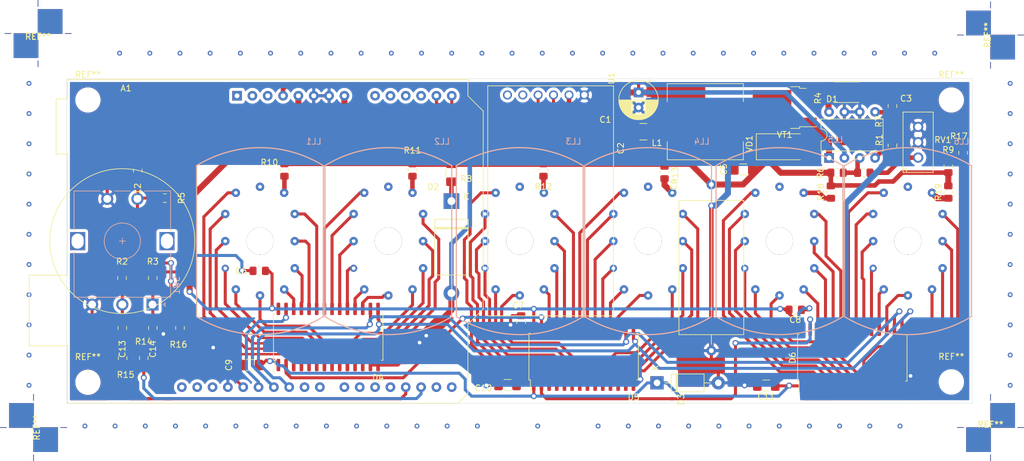
<source format=kicad_pcb>
(kicad_pcb (version 20171130) (host pcbnew 5.1.5)
  (layers (0 F.Cu signal) (31 B.Cu signal) (34 B.Paste user) (35 F.Paste user) (36 B.SilkS user) (37 F.SilkS user) (38 B.Mask user) (39 F.Mask user) (44 Edge.Cuts user))
  (net 0 "")
  (net 1 "Net-(D1-Pad8)")
  (net 2 "Net-(D1-Pad3)")
  (net 3 "Net-(D1-Pad1)")
  (net 4 "Net-(L1-Pad2)")
  (net 5 GND)
  (net 6 +5V)
  (net 7 "Net-(C3-Pad1)")
  (net 8 HV)
  (net 9 HV_C)
  (net 10 /SHUT)
  (net 11 "Net-(D2-Pad1)")
  (net 12 /DATA)
  (net 13 /2-0)
  (net 14 /2-9)
  (net 15 /2-8)
  (net 16 /2-7)
  (net 17 /2-6)
  (net 18 /2-5)
  (net 19 /2-4)
  (net 20 /2-3)
  (net 21 /2-2)
  (net 22 /2-1)
  (net 23 /STROBE)
  (net 24 /CLOCK)
  (net 25 /1-1)
  (net 26 /1-2)
  (net 27 /1-3)
  (net 28 /1-4)
  (net 29 /1-5)
  (net 30 /1-6)
  (net 31 /1-7)
  (net 32 /1-8)
  (net 33 /1-9)
  (net 34 /1-0)
  (net 35 /4-0)
  (net 36 /4-9)
  (net 37 /4-8)
  (net 38 /4-7)
  (net 39 /4-6)
  (net 40 /4-5)
  (net 41 /4-4)
  (net 42 /4-3)
  (net 43 /4-2)
  (net 44 /4-1)
  (net 45 /3-1)
  (net 46 /3-2)
  (net 47 /3-3)
  (net 48 /3-4)
  (net 49 /3-5)
  (net 50 /3-6)
  (net 51 /3-7)
  (net 52 /3-8)
  (net 53 /3-9)
  (net 54 /3-0)
  (net 55 /SW)
  (net 56 /B)
  (net 57 /A)
  (net 58 "Net-(LL1-Pad1)")
  (net 59 "Net-(LL2-Pad1)")
  (net 60 "Net-(LL3-Pad1)")
  (net 61 "Net-(LL4-Pad1)")
  (net 62 "Net-(R7-Pad2)")
  (net 63 /4-.)
  (net 64 /3-.)
  (net 65 /2-.)
  (net 66 /1-.)
  (net 67 /_SW)
  (net 68 /_B)
  (net 69 /_A)
  (net 70 "Net-(A1-Pad30)")
  (net 71 /SCL)
  (net 72 /SDA)
  (net 73 "Net-(A1-Pad10)")
  (net 74 "Net-(A1-Pad9)")
  (net 75 +VDC)
  (net 76 +3V3)
  (net 77 "Net-(A1-Pad3)")
  (net 78 "Net-(A1-Pad2)")
  (net 79 "Net-(A1-Pad1)")
  (net 80 "Net-(A1-Pad31)")
  (net 81 "Net-(A1-Pad32)")
  (net 82 "Net-(U1-Pad1)")
  (net 83 "Net-(D4-Pad2)")
  (net 84 "Net-(A1-Pad12)")
  (net 85 "Net-(A1-Pad11)")
  (net 86 "Net-(A1-Pad16)")
  (net 87 "Net-(A1-Pad15)")
  (net 88 "Net-(A1-Pad24)")
  (net 89 "Net-(A1-Pad23)")
  (net 90 "Net-(A1-Pad21)")
  (net 91 "Net-(A1-Pad20)")
  (net 92 "Net-(D5-Pad2)")
  (net 93 "Net-(D6-Pad2)")
  (net 94 /5-2)
  (net 95 /5-4)
  (net 96 /5-3)
  (net 97 /5-7)
  (net 98 "Net-(LL5-Pad1)")
  (net 99 /5-0)
  (net 100 /5-5)
  (net 101 /5-9)
  (net 102 /5-6)
  (net 103 /5-8)
  (net 104 /5-.)
  (net 105 /5-1)
  (net 106 /6-2)
  (net 107 /6-4)
  (net 108 /6-3)
  (net 109 /6-7)
  (net 110 "Net-(LL6-Pad1)")
  (net 111 /6-0)
  (net 112 /6-5)
  (net 113 /6-9)
  (net 114 /6-6)
  (net 115 /6-8)
  (net 116 /6-.)
  (net 117 /6-1)
  (net 118 "Net-(A1-Pad22)")
  (net 119 "Net-(U1-Pad2)")
  (net 120 "Net-(A1-Pad19)")
  (module v2:IN12-HI_IE (layer B.Cu) (at 235.55 96.125)
    (fp_text reference LL6 (at 8.89 -16.51 -180) (layer B.SilkS) (effects (justify mirror)))
    (fp_text value IN-12B)
    (fp_text user REF** (at 0 -0.5 -180) (layer B.SilkS) (effects (justify mirror)))
    (pad 10 thru_hole roundrect (at -5.75 -4.5 142) (size 1.4 1.4) (drill oval 0.6) (layers *.Cu *.Mask) (roundrect_rratio 0.5) (net 106 /6-2))
    (pad 8 thru_hole roundrect (at -5.75 4.5 38) (size 1.2 1.2) (drill oval 0.6) (layers *.Cu *.Mask) (roundrect_rratio 0.5) (net 107 /6-4))
    (pad 0 thru_hole circle (at 0 0) (size 4.5 4.5) (drill 4.5) (layers *.Cu Dwgs.User))
    (pad 9 thru_hole roundrect (at -5.75 0) (size 1.4 1.4) (drill oval 0.6) (layers *.Cu *.Mask) (roundrect_rratio 0.5) (net 108 /6-3))
    (pad 5 thru_hole roundrect (at 4 8 296.6) (size 1.4 1.4) (drill oval 0.6) (layers *.Cu *.Mask) (roundrect_rratio 0.5) (net 109 /6-7))
    (pad 1 thru_hole roundrect (at 4 -8 63.4) (size 1.4 1.4) (drill oval 0.6) (layers *.Cu *.Mask) (roundrect_rratio 0.5) (net 110 "Net-(LL6-Pad1)"))
    (pad 2 thru_hole roundrect (at 5.75 -4.5 38) (size 1.4 1.4) (drill oval 0.6) (layers *.Cu *.Mask) (roundrect_rratio 0.5) (net 111 /6-0))
    (pad 7 thru_hole roundrect (at -4 8 63.4) (size 1.4 1.4) (drill oval 0.6) (layers *.Cu *.Mask) (roundrect_rratio 0.5) (net 112 /6-5))
    (pad 3 thru_hole roundrect (at 5.75 0 270) (size 1.4 1.4) (drill oval 0.6) (layers *.Cu *.Mask) (roundrect_rratio 0.5) (net 113 /6-9))
    (pad 6 thru_hole roundrect (at 0 9 270) (size 1.4 1.4) (drill oval 0.6) (layers *.Cu *.Mask) (roundrect_rratio 0.5) (net 114 /6-6))
    (pad 4 thru_hole roundrect (at 5.75 4.5 322) (size 1.4 1.4) (drill oval 0.6) (layers *.Cu *.Mask) (roundrect_rratio 0.5) (net 115 /6-8))
    (pad 12 thru_hole roundrect (at 0 -9 270) (size 1.4 1.4) (drill oval 0.6) (layers *.Cu *.Mask) (roundrect_rratio 0.5) (net 116 /6-.))
    (pad 11 thru_hole roundrect (at -4 -8 296.6) (size 1.4 1.4) (drill oval 0.6) (layers *.Cu *.Mask) (roundrect_rratio 0.5) (net 117 /6-1))
  )
  (module Resistor_SMD:R_0805_2012Metric_Pad1.15x1.40mm_HandSolder (layer F.Cu) (at 195.25 84.75 90)
    (fp_text reference R13 (at -0.5 1.75 270) (layer F.SilkS))
    (fp_text value 22K)
    (pad 2 smd roundrect (at 1.025 0 90) (size 1.15 1.4) (layers F.Cu F.Paste F.Mask) (roundrect_rratio 0.217391) (net 8 HV))
    (pad 1 smd roundrect (at -1.025 0 90) (size 1.15 1.4) (layers F.Cu F.Paste F.Mask) (roundrect_rratio 0.217391) (net 61 "Net-(LL4-Pad1)"))
  )
  (module v2:IN12-HI_IE (layer B.Cu) (at 128.25 96.125)
    (fp_text reference LL1 (at 8.89 -16.51 180) (layer B.SilkS) (effects (justify mirror)))
    (fp_text value IN-12B)
    (fp_text user REF** (at 0 -0.5 180) (layer B.SilkS) (effects (justify mirror)))
    (pad 10 thru_hole roundrect (at -5.75 -4.5 142) (size 1.4 1.4) (drill oval 0.6) (layers *.Cu *.Mask) (roundrect_rratio 0.5) (net 26 /1-2))
    (pad 8 thru_hole roundrect (at -5.75 4.5 38) (size 1.2 1.2) (drill oval 0.6) (layers *.Cu *.Mask) (roundrect_rratio 0.5) (net 28 /1-4))
    (pad 0 thru_hole circle (at 0 0) (size 4.5 4.5) (drill 4.5) (layers *.Cu Dwgs.User))
    (pad 9 thru_hole roundrect (at -5.75 0) (size 1.4 1.4) (drill oval 0.6) (layers *.Cu *.Mask) (roundrect_rratio 0.5) (net 27 /1-3))
    (pad 5 thru_hole roundrect (at 4 8 296.6) (size 1.4 1.4) (drill oval 0.6) (layers *.Cu *.Mask) (roundrect_rratio 0.5) (net 31 /1-7))
    (pad 1 thru_hole roundrect (at 4 -8 63.4) (size 1.4 1.4) (drill oval 0.6) (layers *.Cu *.Mask) (roundrect_rratio 0.5) (net 58 "Net-(LL1-Pad1)"))
    (pad 2 thru_hole roundrect (at 5.75 -4.5 38) (size 1.4 1.4) (drill oval 0.6) (layers *.Cu *.Mask) (roundrect_rratio 0.5) (net 34 /1-0))
    (pad 7 thru_hole roundrect (at -4 8 63.4) (size 1.4 1.4) (drill oval 0.6) (layers *.Cu *.Mask) (roundrect_rratio 0.5) (net 29 /1-5))
    (pad 3 thru_hole roundrect (at 5.75 0 270) (size 1.4 1.4) (drill oval 0.6) (layers *.Cu *.Mask) (roundrect_rratio 0.5) (net 33 /1-9))
    (pad 6 thru_hole roundrect (at 0 9 270) (size 1.4 1.4) (drill oval 0.6) (layers *.Cu *.Mask) (roundrect_rratio 0.5) (net 30 /1-6))
    (pad 4 thru_hole roundrect (at 5.75 4.5 322) (size 1.4 1.4) (drill oval 0.6) (layers *.Cu *.Mask) (roundrect_rratio 0.5) (net 32 /1-8))
    (pad 12 thru_hole roundrect (at 0 -9 270) (size 1.4 1.4) (drill oval 0.6) (layers *.Cu *.Mask) (roundrect_rratio 0.5) (net 66 /1-.))
    (pad 11 thru_hole roundrect (at -4 -8 296.6) (size 1.4 1.4) (drill oval 0.6) (layers *.Cu *.Mask) (roundrect_rratio 0.5) (net 25 /1-1))
  )
  (module Capacitor_THT:C_Axial_L22.0mm_D10.5mm_P27.50mm_Horizontal (layer F.Cu) (at 203 86.75 270)
    (fp_text reference C4 (at 0 6.25 90) (layer F.SilkS))
    (fp_text value "10 uF, 250V")
    (pad 2 thru_hole oval (at 27.5 0 270) (size 1.6 1.6) (drill 0.8) (layers *.Cu *.Mask) (net 5 GND))
    (pad 1 thru_hole circle (at 0 0 270) (size 1.6 1.6) (drill 0.8) (layers *.Cu *.Mask) (net 8 HV))
  )
  (module Capacitor_SMD:C_1210_3225Metric_Pad1.42x2.65mm_HandSolder (layer F.Cu) (at 191.75 78 180)
    (fp_text reference C2 (at 3.75 -2.75 270) (layer F.SilkS))
    (fp_text value "10uF, 10V")
    (pad 2 smd roundrect (at 1.4875 0 180) (size 1.425 2.65) (layers F.Cu F.Paste F.Mask) (roundrect_rratio 0.175439) (net 5 GND))
    (pad 1 smd roundrect (at -1.4875 0 180) (size 1.425 2.65) (layers F.Cu F.Paste F.Mask) (roundrect_rratio 0.175439) (net 75 +VDC))
  )
  (module Capacitor_THT:CP_Radial_D6.3mm_P2.50mm (layer F.Cu) (at 190.95 71.5 270)
    (fp_text reference C1 (at 4.5 5.5 180) (layer F.SilkS))
    (fp_text value "220uF, 16V")
    (pad 2 thru_hole circle (at 2.5 0 270) (size 1.6 1.6) (drill 0.8) (layers *.Cu *.Mask) (net 5 GND))
    (pad 1 thru_hole rect (at 0 0 270) (size 1.6 1.6) (drill 0.8) (layers *.Cu *.Mask) (net 75 +VDC))
  )
  (module Module:Arduino_UNO_R3 (layer F.Cu) (at 124.45 72.05)
    (fp_text reference A1 (at -18.39 -1.24 180) (layer F.SilkS))
    (fp_text value Arduino_UNO_R3)
    (pad 16 thru_hole oval (at 33.02 48.26 90) (size 1.6 1.6) (drill 0.8) (layers *.Cu *.Mask) (net 86 "Net-(A1-Pad16)"))
    (pad 15 thru_hole oval (at 35.56 48.26 90) (size 1.6 1.6) (drill 0.8) (layers *.Cu *.Mask) (net 87 "Net-(A1-Pad15)"))
    (pad 30 thru_hole oval (at -4.06 48.26 90) (size 1.6 1.6) (drill 0.8) (layers *.Cu *.Mask) (net 70 "Net-(A1-Pad30)"))
    (pad 14 thru_hole oval (at 35.56 0 90) (size 1.6 1.6) (drill 0.8) (layers *.Cu *.Mask) (net 71 /SCL))
    (pad 29 thru_hole oval (at -1.52 48.26 90) (size 1.6 1.6) (drill 0.8) (layers *.Cu *.Mask) (net 5 GND))
    (pad 13 thru_hole oval (at 33.02 0 90) (size 1.6 1.6) (drill 0.8) (layers *.Cu *.Mask) (net 72 /SDA))
    (pad 28 thru_hole oval (at 1.02 48.26 90) (size 1.6 1.6) (drill 0.8) (layers *.Cu *.Mask) (net 55 /SW))
    (pad 12 thru_hole oval (at 30.48 0 90) (size 1.6 1.6) (drill 0.8) (layers *.Cu *.Mask) (net 84 "Net-(A1-Pad12)"))
    (pad 27 thru_hole oval (at 3.56 48.26 90) (size 1.6 1.6) (drill 0.8) (layers *.Cu *.Mask) (net 12 /DATA))
    (pad 11 thru_hole oval (at 27.94 0 90) (size 1.6 1.6) (drill 0.8) (layers *.Cu *.Mask) (net 85 "Net-(A1-Pad11)"))
    (pad 26 thru_hole oval (at 6.1 48.26 90) (size 1.6 1.6) (drill 0.8) (layers *.Cu *.Mask) (net 23 /STROBE))
    (pad 10 thru_hole oval (at 25.4 0 90) (size 1.6 1.6) (drill 0.8) (layers *.Cu *.Mask) (net 73 "Net-(A1-Pad10)"))
    (pad 25 thru_hole oval (at 8.64 48.26 90) (size 1.6 1.6) (drill 0.8) (layers *.Cu *.Mask) (net 24 /CLOCK))
    (pad 9 thru_hole oval (at 22.86 0 90) (size 1.6 1.6) (drill 0.8) (layers *.Cu *.Mask) (net 74 "Net-(A1-Pad9)"))
    (pad 24 thru_hole oval (at 11.18 48.26 90) (size 1.6 1.6) (drill 0.8) (layers *.Cu *.Mask) (net 88 "Net-(A1-Pad24)"))
    (pad 8 thru_hole oval (at 17.78 0 90) (size 1.6 1.6) (drill 0.8) (layers *.Cu *.Mask) (net 75 +VDC))
    (pad 23 thru_hole oval (at 13.72 48.26 90) (size 1.6 1.6) (drill 0.8) (layers *.Cu *.Mask) (net 89 "Net-(A1-Pad23)"))
    (pad 7 thru_hole oval (at 15.24 0 90) (size 1.6 1.6) (drill 0.8) (layers *.Cu *.Mask) (net 5 GND))
    (pad 22 thru_hole oval (at 17.78 48.26 90) (size 1.6 1.6) (drill 0.8) (layers *.Cu *.Mask) (net 118 "Net-(A1-Pad22)"))
    (pad 6 thru_hole oval (at 12.7 0 90) (size 1.6 1.6) (drill 0.8) (layers *.Cu *.Mask) (net 5 GND))
    (pad 21 thru_hole oval (at 20.32 48.26 90) (size 1.6 1.6) (drill 0.8) (layers *.Cu *.Mask) (net 90 "Net-(A1-Pad21)"))
    (pad 5 thru_hole oval (at 10.16 0 90) (size 1.6 1.6) (drill 0.8) (layers *.Cu *.Mask) (net 6 +5V))
    (pad 20 thru_hole oval (at 22.86 48.26 90) (size 1.6 1.6) (drill 0.8) (layers *.Cu *.Mask) (net 91 "Net-(A1-Pad20)"))
    (pad 4 thru_hole oval (at 7.62 0 90) (size 1.6 1.6) (drill 0.8) (layers *.Cu *.Mask) (net 76 +3V3))
    (pad 19 thru_hole oval (at 25.4 48.26 90) (size 1.6 1.6) (drill 0.8) (layers *.Cu *.Mask) (net 120 "Net-(A1-Pad19)"))
    (pad 3 thru_hole oval (at 5.08 0 90) (size 1.6 1.6) (drill 0.8) (layers *.Cu *.Mask) (net 77 "Net-(A1-Pad3)"))
    (pad 18 thru_hole oval (at 27.94 48.26 90) (size 1.6 1.6) (drill 0.8) (layers *.Cu *.Mask) (net 56 /B))
    (pad 2 thru_hole oval (at 2.54 0 90) (size 1.6 1.6) (drill 0.8) (layers *.Cu *.Mask) (net 78 "Net-(A1-Pad2)"))
    (pad 17 thru_hole oval (at 30.48 48.26 90) (size 1.6 1.6) (drill 0.8) (layers *.Cu *.Mask) (net 57 /A))
    (pad 1 thru_hole rect (at 0 0 90) (size 1.6 1.6) (drill 0.8) (layers *.Cu *.Mask) (net 79 "Net-(A1-Pad1)"))
    (pad 31 thru_hole oval (at -6.6 48.26 90) (size 1.6 1.6) (drill 0.8) (layers *.Cu *.Mask) (net 80 "Net-(A1-Pad31)"))
    (pad 32 thru_hole oval (at -9.14 48.26 90) (size 1.6 1.6) (drill 0.8) (layers *.Cu *.Mask) (net 81 "Net-(A1-Pad32)"))
  )
  (module Resistor_SMD:R_0805_2012Metric_Pad1.15x1.40mm_HandSolder (layer F.Cu) (at 242.25 88 90)
    (fp_text reference R19 (at 0 -1.65 90) (layer F.SilkS))
    (fp_text value 22K)
    (pad 2 smd roundrect (at 1.025 0 90) (size 1.15 1.4) (layers F.Cu F.Paste F.Mask) (roundrect_rratio 0.217391) (net 8 HV))
    (pad 1 smd roundrect (at -1.025 0 90) (size 1.15 1.4) (layers F.Cu F.Paste F.Mask) (roundrect_rratio 0.217391) (net 110 "Net-(LL6-Pad1)"))
  )
  (module Resistor_SMD:R_0805_2012Metric_Pad1.15x1.40mm_HandSolder (layer F.Cu) (at 222.8 88 90)
    (fp_text reference R18 (at 0 -1.65 90) (layer F.SilkS))
    (fp_text value 22K)
    (pad 2 smd roundrect (at 1.025 0 90) (size 1.15 1.4) (layers F.Cu F.Paste F.Mask) (roundrect_rratio 0.217391) (net 8 HV))
    (pad 1 smd roundrect (at -1.025 0 90) (size 1.15 1.4) (layers F.Cu F.Paste F.Mask) (roundrect_rratio 0.217391) (net 98 "Net-(LL5-Pad1)"))
  )
  (module Resistor_SMD:R_0805_2012Metric_Pad1.15x1.40mm_HandSolder (layer F.Cu) (at 244.7 81.5 270)
    (fp_text reference R17 (at -2.75 0.7 180) (layer F.SilkS))
    (fp_text value 150K)
    (pad 2 smd roundrect (at 1.025 0 270) (size 1.15 1.4) (layers F.Cu F.Paste F.Mask) (roundrect_rratio 0.217391) (net 9 HV_C))
    (pad 1 smd roundrect (at -1.025 0 270) (size 1.15 1.4) (layers F.Cu F.Paste F.Mask) (roundrect_rratio 0.217391) (net 5 GND))
  )
  (module v2:IN12-HI_IE (layer B.Cu) (at 214.29 96.125)
    (fp_text reference LL5 (at 9.25 -16.825 -180) (layer B.SilkS) (effects (justify mirror)))
    (fp_text value IN-12B)
    (fp_text user REF** (at 0 -0.5 -180) (layer B.SilkS) (effects (justify mirror)))
    (pad 10 thru_hole roundrect (at -5.75 -4.5 142) (size 1.4 1.4) (drill oval 0.6) (layers *.Cu *.Mask) (roundrect_rratio 0.5) (net 94 /5-2))
    (pad 8 thru_hole roundrect (at -5.75 4.5 38) (size 1.2 1.2) (drill oval 0.6) (layers *.Cu *.Mask) (roundrect_rratio 0.5) (net 95 /5-4))
    (pad 0 thru_hole circle (at 0 0) (size 4.5 4.5) (drill 4.5) (layers *.Cu Dwgs.User))
    (pad 9 thru_hole roundrect (at -5.75 0) (size 1.4 1.4) (drill oval 0.6) (layers *.Cu *.Mask) (roundrect_rratio 0.5) (net 96 /5-3))
    (pad 5 thru_hole roundrect (at 4 8 296.6) (size 1.4 1.4) (drill oval 0.6) (layers *.Cu *.Mask) (roundrect_rratio 0.5) (net 97 /5-7))
    (pad 1 thru_hole roundrect (at 4 -8 63.4) (size 1.4 1.4) (drill oval 0.6) (layers *.Cu *.Mask) (roundrect_rratio 0.5) (net 98 "Net-(LL5-Pad1)"))
    (pad 2 thru_hole roundrect (at 5.75 -4.5 38) (size 1.4 1.4) (drill oval 0.6) (layers *.Cu *.Mask) (roundrect_rratio 0.5) (net 99 /5-0))
    (pad 7 thru_hole roundrect (at -4 8 63.4) (size 1.4 1.4) (drill oval 0.6) (layers *.Cu *.Mask) (roundrect_rratio 0.5) (net 100 /5-5))
    (pad 3 thru_hole roundrect (at 5.75 0 270) (size 1.4 1.4) (drill oval 0.6) (layers *.Cu *.Mask) (roundrect_rratio 0.5) (net 101 /5-9))
    (pad 6 thru_hole roundrect (at 0 9 270) (size 1.4 1.4) (drill oval 0.6) (layers *.Cu *.Mask) (roundrect_rratio 0.5) (net 102 /5-6))
    (pad 4 thru_hole roundrect (at 5.75 4.5 322) (size 1.4 1.4) (drill oval 0.6) (layers *.Cu *.Mask) (roundrect_rratio 0.5) (net 103 /5-8))
    (pad 12 thru_hole roundrect (at 0 -9 270) (size 1.4 1.4) (drill oval 0.6) (layers *.Cu *.Mask) (roundrect_rratio 0.5) (net 104 /5-.))
    (pad 11 thru_hole roundrect (at -4 -8 296.6) (size 1.4 1.4) (drill oval 0.6) (layers *.Cu *.Mask) (roundrect_rratio 0.5) (net 105 /5-1))
  )
  (module Package_SO:SOIC-28W_7.5x17.9mm_P1.27mm (layer F.Cu) (at 226.35 115.45 90)
    (fp_text reference D6 (at 0 -9.9 90) (layer F.SilkS))
    (fp_text value HV5812)
    (pad 28 smd roundrect (at 4.65 -8.255 90) (size 2.05 0.6) (layers F.Cu F.Paste F.Mask) (net 6 +5V))
    (pad 27 smd roundrect (at 4.65 -6.985 90) (size 2.05 0.6) (layers F.Cu F.Paste F.Mask) (net 92 "Net-(D5-Pad2)"))
    (pad 26 smd roundrect (at 4.65 -5.715 90) (size 2.05 0.6) (layers F.Cu F.Paste F.Mask) (net 97 /5-7))
    (pad 25 smd roundrect (at 4.65 -4.445 90) (size 2.05 0.6) (layers F.Cu F.Paste F.Mask) (net 103 /5-8))
    (pad 24 smd roundrect (at 4.65 -3.175 90) (size 2.05 0.6) (layers F.Cu F.Paste F.Mask) (net 101 /5-9))
    (pad 23 smd roundrect (at 4.65 -1.905 90) (size 2.05 0.6) (layers F.Cu F.Paste F.Mask) (net 99 /5-0))
    (pad 22 smd roundrect (at 4.65 -0.635 90) (size 2.05 0.6) (layers F.Cu F.Paste F.Mask) (net 117 /6-1))
    (pad 21 smd roundrect (at 4.65 0.635 90) (size 2.05 0.6) (layers F.Cu F.Paste F.Mask) (net 106 /6-2))
    (pad 20 smd roundrect (at 4.65 1.905 90) (size 2.05 0.6) (layers F.Cu F.Paste F.Mask) (net 108 /6-3))
    (pad 19 smd roundrect (at 4.65 3.175 90) (size 2.05 0.6) (layers F.Cu F.Paste F.Mask) (net 107 /6-4))
    (pad 18 smd roundrect (at 4.65 4.445 90) (size 2.05 0.6) (layers F.Cu F.Paste F.Mask) (net 112 /6-5))
    (pad 17 smd roundrect (at 4.65 5.715 90) (size 2.05 0.6) (layers F.Cu F.Paste F.Mask) (net 114 /6-6))
    (pad 16 smd roundrect (at 4.65 6.985 90) (size 2.05 0.6) (layers F.Cu F.Paste F.Mask) (net 23 /STROBE))
    (pad 15 smd roundrect (at 4.65 8.255 90) (size 2.05 0.6) (layers F.Cu F.Paste F.Mask) (net 24 /CLOCK))
    (pad 14 smd roundrect (at -4.65 8.255 90) (size 2.05 0.6) (layers F.Cu F.Paste F.Mask) (net 5 GND))
    (pad 13 smd roundrect (at -4.65 6.985 90) (size 2.05 0.6) (layers F.Cu F.Paste F.Mask) (net 5 GND))
    (pad 12 smd roundrect (at -4.65 5.715 90) (size 2.05 0.6) (layers F.Cu F.Paste F.Mask) (net 111 /6-0))
    (pad 11 smd roundrect (at -4.65 4.445 90) (size 2.05 0.6) (layers F.Cu F.Paste F.Mask) (net 113 /6-9))
    (pad 10 smd roundrect (at -4.65 3.175 90) (size 2.05 0.6) (layers F.Cu F.Paste F.Mask) (net 115 /6-8))
    (pad 9 smd roundrect (at -4.65 1.905 90) (size 2.05 0.6) (layers F.Cu F.Paste F.Mask) (net 109 /6-7))
    (pad 8 smd roundrect (at -4.65 0.635 90) (size 2.05 0.6) (layers F.Cu F.Paste F.Mask) (net 102 /5-6))
    (pad 7 smd roundrect (at -4.65 -0.635 90) (size 2.05 0.6) (layers F.Cu F.Paste F.Mask) (net 100 /5-5))
    (pad 6 smd roundrect (at -4.65 -1.905 90) (size 2.05 0.6) (layers F.Cu F.Paste F.Mask) (net 95 /5-4))
    (pad 5 smd roundrect (at -4.65 -3.175 90) (size 2.05 0.6) (layers F.Cu F.Paste F.Mask) (net 96 /5-3))
    (pad 4 smd roundrect (at -4.65 -4.445 90) (size 2.05 0.6) (layers F.Cu F.Paste F.Mask) (net 94 /5-2))
    (pad 3 smd roundrect (at -4.65 -5.715 90) (size 2.05 0.6) (layers F.Cu F.Paste F.Mask) (net 105 /5-1))
    (pad 2 smd roundrect (at -4.65 -6.985 90) (size 2.05 0.6) (layers F.Cu F.Paste F.Mask) (net 93 "Net-(D6-Pad2)"))
    (pad 1 smd roundrect (at -4.65 -8.255 90) (size 2.05 0.6) (layers F.Cu F.Paste F.Mask) (net 9 HV_C))
  )
  (module Capacitor_SMD:C_1206_3216Metric_Pad1.42x1.75mm_HandSolder (layer F.Cu) (at 212.1 120.05 180)
    (fp_text reference C11 (at 0 -1.82) (layer F.SilkS))
    (fp_text value "100nF, 250V")
    (pad 2 smd roundrect (at 1.4875 0 180) (size 1.425 1.75) (layers F.Cu F.Paste F.Mask) (roundrect_rratio 0.175439) (net 5 GND))
    (pad 1 smd roundrect (at -1.4875 0 180) (size 1.425 1.75) (layers F.Cu F.Paste F.Mask) (roundrect_rratio 0.175439) (net 9 HV_C))
  )
  (module Capacitor_SMD:C_0805_2012Metric_Pad1.15x1.40mm_HandSolder (layer F.Cu) (at 216.9 107.5 180)
    (fp_text reference C8 (at 0 -1.65) (layer F.SilkS))
    (fp_text value "100nF, 50V")
    (pad 2 smd roundrect (at 1.025 0 180) (size 1.15 1.4) (layers F.Cu F.Paste F.Mask) (roundrect_rratio 0.217391) (net 6 +5V))
    (pad 1 smd roundrect (at -1.025 0 180) (size 1.15 1.4) (layers F.Cu F.Paste F.Mask) (roundrect_rratio 0.217391) (net 5 GND))
  )
  (module v2:IN12-HI_IE (layer B.Cu) (at 192.53 96.125)
    (fp_text reference LL4 (at 8.89 -16.51 180) (layer B.SilkS) (effects (justify mirror)))
    (fp_text value IN-12B)
    (fp_text user REF** (at 0 -0.5 180) (layer B.SilkS) (effects (justify mirror)))
    (pad 10 thru_hole roundrect (at -5.75 -4.5 142) (size 1.4 1.4) (drill oval 0.6) (layers *.Cu *.Mask) (roundrect_rratio 0.5) (net 43 /4-2))
    (pad 8 thru_hole roundrect (at -5.75 4.5 38) (size 1.2 1.2) (drill oval 0.6) (layers *.Cu *.Mask) (roundrect_rratio 0.5) (net 41 /4-4))
    (pad 0 thru_hole circle (at 0 0) (size 4.5 4.5) (drill 4.5) (layers *.Cu Dwgs.User))
    (pad 9 thru_hole roundrect (at -5.75 0) (size 1.4 1.4) (drill oval 0.6) (layers *.Cu *.Mask) (roundrect_rratio 0.5) (net 42 /4-3))
    (pad 5 thru_hole roundrect (at 4 8 296.6) (size 1.4 1.4) (drill oval 0.6) (layers *.Cu *.Mask) (roundrect_rratio 0.5) (net 38 /4-7))
    (pad 1 thru_hole roundrect (at 4 -8 63.4) (size 1.4 1.4) (drill oval 0.6) (layers *.Cu *.Mask) (roundrect_rratio 0.5) (net 61 "Net-(LL4-Pad1)"))
    (pad 2 thru_hole roundrect (at 5.75 -4.5 38) (size 1.4 1.4) (drill oval 0.6) (layers *.Cu *.Mask) (roundrect_rratio 0.5) (net 35 /4-0))
    (pad 7 thru_hole roundrect (at -4 8 63.4) (size 1.4 1.4) (drill oval 0.6) (layers *.Cu *.Mask) (roundrect_rratio 0.5) (net 40 /4-5))
    (pad 3 thru_hole roundrect (at 5.75 0 270) (size 1.4 1.4) (drill oval 0.6) (layers *.Cu *.Mask) (roundrect_rratio 0.5) (net 36 /4-9))
    (pad 6 thru_hole roundrect (at 0 9 270) (size 1.4 1.4) (drill oval 0.6) (layers *.Cu *.Mask) (roundrect_rratio 0.5) (net 39 /4-6))
    (pad 4 thru_hole roundrect (at 5.75 4.5 322) (size 1.4 1.4) (drill oval 0.6) (layers *.Cu *.Mask) (roundrect_rratio 0.5) (net 37 /4-8))
    (pad 12 thru_hole roundrect (at 0 -9 270) (size 1.4 1.4) (drill oval 0.6) (layers *.Cu *.Mask) (roundrect_rratio 0.5) (net 63 /4-.))
    (pad 11 thru_hole roundrect (at -4 -8 296.6) (size 1.4 1.4) (drill oval 0.6) (layers *.Cu *.Mask) (roundrect_rratio 0.5) (net 44 /4-1))
  )
  (module v2:IN12-HI_IE (layer B.Cu) (at 171.27 96.125)
    (fp_text reference LL3 (at 8.89 -16.51 180) (layer B.SilkS) (effects (justify mirror)))
    (fp_text value IN-12B)
    (fp_text user REF** (at 0 -0.5 180) (layer B.SilkS) (effects (justify mirror)))
    (pad 10 thru_hole roundrect (at -5.75 -4.5 142) (size 1.4 1.4) (drill oval 0.6) (layers *.Cu *.Mask) (roundrect_rratio 0.5) (net 46 /3-2))
    (pad 8 thru_hole roundrect (at -5.75 4.5 38) (size 1.2 1.2) (drill oval 0.6) (layers *.Cu *.Mask) (roundrect_rratio 0.5) (net 48 /3-4))
    (pad 0 thru_hole circle (at 0 0) (size 4.5 4.5) (drill 4.5) (layers *.Cu Dwgs.User))
    (pad 9 thru_hole roundrect (at -5.75 0) (size 1.4 1.4) (drill oval 0.6) (layers *.Cu *.Mask) (roundrect_rratio 0.5) (net 47 /3-3))
    (pad 5 thru_hole roundrect (at 4 8 296.6) (size 1.4 1.4) (drill oval 0.6) (layers *.Cu *.Mask) (roundrect_rratio 0.5) (net 51 /3-7))
    (pad 1 thru_hole roundrect (at 4 -8 63.4) (size 1.4 1.4) (drill oval 0.6) (layers *.Cu *.Mask) (roundrect_rratio 0.5) (net 60 "Net-(LL3-Pad1)"))
    (pad 2 thru_hole roundrect (at 5.75 -4.5 38) (size 1.4 1.4) (drill oval 0.6) (layers *.Cu *.Mask) (roundrect_rratio 0.5) (net 54 /3-0))
    (pad 7 thru_hole roundrect (at -4 8 63.4) (size 1.4 1.4) (drill oval 0.6) (layers *.Cu *.Mask) (roundrect_rratio 0.5) (net 49 /3-5))
    (pad 3 thru_hole roundrect (at 5.75 0 270) (size 1.4 1.4) (drill oval 0.6) (layers *.Cu *.Mask) (roundrect_rratio 0.5) (net 53 /3-9))
    (pad 6 thru_hole roundrect (at 0 9 270) (size 1.4 1.4) (drill oval 0.6) (layers *.Cu *.Mask) (roundrect_rratio 0.5) (net 50 /3-6))
    (pad 4 thru_hole roundrect (at 5.75 4.5 322) (size 1.4 1.4) (drill oval 0.6) (layers *.Cu *.Mask) (roundrect_rratio 0.5) (net 52 /3-8))
    (pad 12 thru_hole roundrect (at 0 -9 270) (size 1.4 1.4) (drill oval 0.6) (layers *.Cu *.Mask) (roundrect_rratio 0.5) (net 64 /3-.))
    (pad 11 thru_hole roundrect (at -4 -8 296.6) (size 1.4 1.4) (drill oval 0.6) (layers *.Cu *.Mask) (roundrect_rratio 0.5) (net 45 /3-1))
  )
  (module v2:IN12-HI_IE (layer B.Cu) (at 149.51 96.125)
    (fp_text reference LL2 (at 8.89 -16.51 180) (layer B.SilkS) (effects (justify mirror)))
    (fp_text value IN-12B)
    (fp_text user REF** (at 0 -0.5 180) (layer B.SilkS) (effects (justify mirror)))
    (pad 10 thru_hole roundrect (at -5.75 -4.5 142) (size 1.4 1.4) (drill oval 0.6) (layers *.Cu *.Mask) (roundrect_rratio 0.5) (net 21 /2-2))
    (pad 8 thru_hole roundrect (at -5.75 4.5 38) (size 1.2 1.2) (drill oval 0.6) (layers *.Cu *.Mask) (roundrect_rratio 0.5) (net 19 /2-4))
    (pad 0 thru_hole circle (at 0 0) (size 4.5 4.5) (drill 4.5) (layers *.Cu Dwgs.User))
    (pad 9 thru_hole roundrect (at -5.75 0) (size 1.4 1.4) (drill oval 0.6) (layers *.Cu *.Mask) (roundrect_rratio 0.5) (net 20 /2-3))
    (pad 5 thru_hole roundrect (at 4 8 296.6) (size 1.4 1.4) (drill oval 0.6) (layers *.Cu *.Mask) (roundrect_rratio 0.5) (net 16 /2-7))
    (pad 1 thru_hole roundrect (at 4 -8 63.4) (size 1.4 1.4) (drill oval 0.6) (layers *.Cu *.Mask) (roundrect_rratio 0.5) (net 59 "Net-(LL2-Pad1)"))
    (pad 2 thru_hole roundrect (at 5.75 -4.5 38) (size 1.4 1.4) (drill oval 0.6) (layers *.Cu *.Mask) (roundrect_rratio 0.5) (net 13 /2-0))
    (pad 7 thru_hole roundrect (at -4 8 63.4) (size 1.4 1.4) (drill oval 0.6) (layers *.Cu *.Mask) (roundrect_rratio 0.5) (net 18 /2-5))
    (pad 3 thru_hole roundrect (at 5.75 0 270) (size 1.4 1.4) (drill oval 0.6) (layers *.Cu *.Mask) (roundrect_rratio 0.5) (net 14 /2-9))
    (pad 6 thru_hole roundrect (at 0 9 270) (size 1.4 1.4) (drill oval 0.6) (layers *.Cu *.Mask) (roundrect_rratio 0.5) (net 17 /2-6))
    (pad 4 thru_hole roundrect (at 5.75 4.5 322) (size 1.4 1.4) (drill oval 0.6) (layers *.Cu *.Mask) (roundrect_rratio 0.5) (net 15 /2-8))
    (pad 12 thru_hole roundrect (at 0 -9 270) (size 1.4 1.4) (drill oval 0.6) (layers *.Cu *.Mask) (roundrect_rratio 0.5) (net 65 /2-.))
    (pad 11 thru_hole roundrect (at -4 -8 296.6) (size 1.4 1.4) (drill oval 0.6) (layers *.Cu *.Mask) (roundrect_rratio 0.5) (net 22 /2-1))
  )
  (module Package_SO:SOIC-28W_7.5x17.9mm_P1.27mm (layer F.Cu) (at 139.55 112 90)
    (fp_text reference D4 (at -6.75 8.25) (layer F.SilkS))
    (fp_text value HV5812)
    (pad 28 smd roundrect (at 4.65 -8.255 90) (size 2.05 0.6) (layers F.Cu F.Paste F.Mask) (net 6 +5V))
    (pad 27 smd roundrect (at 4.65 -6.985 90) (size 2.05 0.6) (layers F.Cu F.Paste F.Mask) (net 12 /DATA))
    (pad 26 smd roundrect (at 4.65 -5.715 90) (size 2.05 0.6) (layers F.Cu F.Paste F.Mask) (net 31 /1-7))
    (pad 25 smd roundrect (at 4.65 -4.445 90) (size 2.05 0.6) (layers F.Cu F.Paste F.Mask) (net 32 /1-8))
    (pad 24 smd roundrect (at 4.65 -3.175 90) (size 2.05 0.6) (layers F.Cu F.Paste F.Mask) (net 33 /1-9))
    (pad 23 smd roundrect (at 4.65 -1.905 90) (size 2.05 0.6) (layers F.Cu F.Paste F.Mask) (net 34 /1-0))
    (pad 22 smd roundrect (at 4.65 -0.635 90) (size 2.05 0.6) (layers F.Cu F.Paste F.Mask) (net 22 /2-1))
    (pad 21 smd roundrect (at 4.65 0.635 90) (size 2.05 0.6) (layers F.Cu F.Paste F.Mask) (net 21 /2-2))
    (pad 20 smd roundrect (at 4.65 1.905 90) (size 2.05 0.6) (layers F.Cu F.Paste F.Mask) (net 20 /2-3))
    (pad 19 smd roundrect (at 4.65 3.175 90) (size 2.05 0.6) (layers F.Cu F.Paste F.Mask) (net 19 /2-4))
    (pad 18 smd roundrect (at 4.65 4.445 90) (size 2.05 0.6) (layers F.Cu F.Paste F.Mask) (net 18 /2-5))
    (pad 17 smd roundrect (at 4.65 5.715 90) (size 2.05 0.6) (layers F.Cu F.Paste F.Mask) (net 17 /2-6))
    (pad 16 smd roundrect (at 4.65 6.985 90) (size 2.05 0.6) (layers F.Cu F.Paste F.Mask) (net 23 /STROBE))
    (pad 15 smd roundrect (at 4.65 8.255 90) (size 2.05 0.6) (layers F.Cu F.Paste F.Mask) (net 24 /CLOCK))
    (pad 14 smd roundrect (at -4.65 8.255 90) (size 2.05 0.6) (layers F.Cu F.Paste F.Mask) (net 5 GND))
    (pad 13 smd roundrect (at -4.65 6.985 90) (size 2.05 0.6) (layers F.Cu F.Paste F.Mask) (net 5 GND))
    (pad 12 smd roundrect (at -4.65 5.715 90) (size 2.05 0.6) (layers F.Cu F.Paste F.Mask) (net 13 /2-0))
    (pad 11 smd roundrect (at -4.65 4.445 90) (size 2.05 0.6) (layers F.Cu F.Paste F.Mask) (net 14 /2-9))
    (pad 10 smd roundrect (at -4.65 3.175 90) (size 2.05 0.6) (layers F.Cu F.Paste F.Mask) (net 15 /2-8))
    (pad 9 smd roundrect (at -4.65 1.905 90) (size 2.05 0.6) (layers F.Cu F.Paste F.Mask) (net 16 /2-7))
    (pad 8 smd roundrect (at -4.65 0.635 90) (size 2.05 0.6) (layers F.Cu F.Paste F.Mask) (net 30 /1-6))
    (pad 7 smd roundrect (at -4.65 -0.635 90) (size 2.05 0.6) (layers F.Cu F.Paste F.Mask) (net 29 /1-5))
    (pad 6 smd roundrect (at -4.65 -1.905 90) (size 2.05 0.6) (layers F.Cu F.Paste F.Mask) (net 28 /1-4))
    (pad 5 smd roundrect (at -4.65 -3.175 90) (size 2.05 0.6) (layers F.Cu F.Paste F.Mask) (net 27 /1-3))
    (pad 4 smd roundrect (at -4.65 -4.445 90) (size 2.05 0.6) (layers F.Cu F.Paste F.Mask) (net 26 /1-2))
    (pad 3 smd roundrect (at -4.65 -5.715 90) (size 2.05 0.6) (layers F.Cu F.Paste F.Mask) (net 25 /1-1))
    (pad 2 smd roundrect (at -4.65 -6.985 90) (size 2.05 0.6) (layers F.Cu F.Paste F.Mask) (net 83 "Net-(D4-Pad2)"))
    (pad 1 smd roundrect (at -4.65 -8.255 90) (size 2.05 0.6) (layers F.Cu F.Paste F.Mask) (net 9 HV_C))
  )
  (module clock:zs-042 (layer F.Cu) (at 186.8 70.4 270)
    (fp_text reference U1 (at -1.234382 0.31156 90) (layer F.SilkS))
    (fp_text value ZS-042)
    (pad 1 thru_hole circle (at 1.515618 17.56156 270) (size 1.501394 1.501394) (drill 1) (layers *.Cu *.Mask) (net 82 "Net-(U1-Pad1)"))
    (pad 2 thru_hole circle (at 1.515618 15.027656 270) (size 1.501394 1.501394) (drill 1) (layers *.Cu *.Mask) (net 119 "Net-(U1-Pad2)"))
    (pad 3 thru_hole circle (at 1.515618 12.487656 270) (size 1.5 1.5) (drill 1) (layers *.Cu *.Mask) (net 71 /SCL))
    (pad 4 thru_hole circle (at 1.515618 9.93902 270) (size 1.5 1.5) (drill 1) (layers *.Cu *.Mask) (net 72 /SDA))
    (pad 5 thru_hole circle (at 1.515618 7.366 270) (size 1.5 1.5) (drill 1) (layers *.Cu *.Mask) (net 76 +3V3))
    (pad 6 thru_hole circle (at 1.515618 4.836922 270) (size 1.5 1.5) (drill 1) (layers *.Cu *.Mask) (net 5 GND))
  )
  (module Package_SO:SOIC-28W_7.5x17.9mm_P1.27mm (layer F.Cu) (at 181.85 115.25 90)
    (fp_text reference D5 (at -6.75 8.285 180) (layer F.SilkS))
    (fp_text value HV5812)
    (pad 28 smd roundrect (at 4.65 -8.255 90) (size 2.05 0.6) (layers F.Cu F.Paste F.Mask) (net 6 +5V))
    (pad 27 smd roundrect (at 4.65 -6.985 90) (size 2.05 0.6) (layers F.Cu F.Paste F.Mask) (net 83 "Net-(D4-Pad2)"))
    (pad 26 smd roundrect (at 4.65 -5.715 90) (size 2.05 0.6) (layers F.Cu F.Paste F.Mask) (net 51 /3-7))
    (pad 25 smd roundrect (at 4.65 -4.445 90) (size 2.05 0.6) (layers F.Cu F.Paste F.Mask) (net 52 /3-8))
    (pad 24 smd roundrect (at 4.65 -3.175 90) (size 2.05 0.6) (layers F.Cu F.Paste F.Mask) (net 53 /3-9))
    (pad 23 smd roundrect (at 4.65 -1.905 90) (size 2.05 0.6) (layers F.Cu F.Paste F.Mask) (net 54 /3-0))
    (pad 22 smd roundrect (at 4.65 -0.635 90) (size 2.05 0.6) (layers F.Cu F.Paste F.Mask) (net 44 /4-1))
    (pad 21 smd roundrect (at 4.65 0.635 90) (size 2.05 0.6) (layers F.Cu F.Paste F.Mask) (net 43 /4-2))
    (pad 20 smd roundrect (at 4.65 1.905 90) (size 2.05 0.6) (layers F.Cu F.Paste F.Mask) (net 42 /4-3))
    (pad 19 smd roundrect (at 4.65 3.175 90) (size 2.05 0.6) (layers F.Cu F.Paste F.Mask) (net 41 /4-4))
    (pad 18 smd roundrect (at 4.65 4.445 90) (size 2.05 0.6) (layers F.Cu F.Paste F.Mask) (net 40 /4-5))
    (pad 17 smd roundrect (at 4.65 5.715 90) (size 2.05 0.6) (layers F.Cu F.Paste F.Mask) (net 39 /4-6))
    (pad 16 smd roundrect (at 4.65 6.985 90) (size 2.05 0.6) (layers F.Cu F.Paste F.Mask) (net 23 /STROBE))
    (pad 15 smd roundrect (at 4.65 8.255 90) (size 2.05 0.6) (layers F.Cu F.Paste F.Mask) (net 24 /CLOCK))
    (pad 14 smd roundrect (at -4.65 8.255 90) (size 2.05 0.6) (layers F.Cu F.Paste F.Mask) (net 5 GND))
    (pad 13 smd roundrect (at -4.65 6.985 90) (size 2.05 0.6) (layers F.Cu F.Paste F.Mask) (net 5 GND))
    (pad 12 smd roundrect (at -4.65 5.715 90) (size 2.05 0.6) (layers F.Cu F.Paste F.Mask) (net 35 /4-0))
    (pad 11 smd roundrect (at -4.65 4.445 90) (size 2.05 0.6) (layers F.Cu F.Paste F.Mask) (net 36 /4-9))
    (pad 10 smd roundrect (at -4.65 3.175 90) (size 2.05 0.6) (layers F.Cu F.Paste F.Mask) (net 37 /4-8))
    (pad 9 smd roundrect (at -4.65 1.905 90) (size 2.05 0.6) (layers F.Cu F.Paste F.Mask) (net 38 /4-7))
    (pad 8 smd roundrect (at -4.65 0.635 90) (size 2.05 0.6) (layers F.Cu F.Paste F.Mask) (net 50 /3-6))
    (pad 7 smd roundrect (at -4.65 -0.635 90) (size 2.05 0.6) (layers F.Cu F.Paste F.Mask) (net 49 /3-5))
    (pad 6 smd roundrect (at -4.65 -1.905 90) (size 2.05 0.6) (layers F.Cu F.Paste F.Mask) (net 48 /3-4))
    (pad 5 smd roundrect (at -4.65 -3.175 90) (size 2.05 0.6) (layers F.Cu F.Paste F.Mask) (net 47 /3-3))
    (pad 4 smd roundrect (at -4.65 -4.445 90) (size 2.05 0.6) (layers F.Cu F.Paste F.Mask) (net 46 /3-2))
    (pad 3 smd roundrect (at -4.65 -5.715 90) (size 2.05 0.6) (layers F.Cu F.Paste F.Mask) (net 45 /3-1))
    (pad 2 smd roundrect (at -4.65 -6.985 90) (size 2.05 0.6) (layers F.Cu F.Paste F.Mask) (net 92 "Net-(D5-Pad2)"))
    (pad 1 smd roundrect (at -4.65 -8.255 90) (size 2.05 0.6) (layers F.Cu F.Paste F.Mask) (net 9 HV_C))
  )
  (module clock:3296W (layer F.Cu) (at 237.25 79.75)
    (fp_text reference RV1 (at 4.1 -0.4 180) (layer F.SilkS))
    (fp_text value R_POT)
    (pad 3 thru_hole circle (at 0 -2.54) (size 1.7 1.7) (drill 1.1) (layers *.Cu *.Mask) (net 5 GND))
    (pad 2 thru_hole circle (at 0 0) (size 1.7 1.7) (drill 1.1) (layers *.Cu *.Mask) (net 5 GND))
    (pad 1 thru_hole circle (at 0 2.54) (size 1.7 1.7) (drill 1.1) (layers *.Cu *.Mask) (net 62 "Net-(R7-Pad2)"))
  )
  (module Diode_THT:D_DO-201AE_P15.24mm_Horizontal (layer F.Cu) (at 159.95 89.5 270)
    (fp_text reference D2 (at -2.35 3) (layer F.SilkS))
    (fp_text value 1.5KE220CA)
    (fp_text user K (at -0.75 -2.5 180) (layer F.SilkS))
    (pad 2 thru_hole oval (at 15.24 0 270) (size 2.6 2.6) (drill 1.3) (layers *.Cu *.Mask) (net 5 GND))
    (pad 1 thru_hole rect (at 0 0 270) (size 2.6 2.6) (drill 1.3) (layers *.Cu *.Mask) (net 11 "Net-(D2-Pad1)"))
  )
  (module Resistor_SMD:R_2512_6332Metric_Pad1.52x3.35mm_HandSolder (layer F.Cu) (at 225.4 71.45)
    (fp_text reference R4 (at -4.75 1 -90) (layer F.SilkS))
    (fp_text value 0.1)
    (pad 2 smd roundrect (at 2.9875 0) (size 1.525 3.35) (layers F.Cu F.Paste F.Mask) (roundrect_rratio 0.163934) (net 5 GND))
    (pad 1 smd roundrect (at -2.9875 0) (size 1.525 3.35) (layers F.Cu F.Paste F.Mask) (roundrect_rratio 0.163934) (net 1 "Net-(D1-Pad8)"))
  )
  (module MountingHole:MountingHole_3.2mm_M3 (layer F.Cu) (at 242.75 119.45)
    (fp_text reference REF** (at 0 -4.2) (layer F.SilkS))
    (fp_text value MountingHole_3.2mm_M3)
    (pad 1 np_thru_hole circle (at 0 0) (size 3.2 3.2) (drill 3.2) (layers *.Cu *.Mask))
  )
  (module MountingHole:MountingHole_3.2mm_M3 (layer F.Cu) (at 242.75 72.75)
    (fp_text reference REF** (at 0 -4.2) (layer F.SilkS))
    (fp_text value MountingHole_3.2mm_M3)
    (pad 1 np_thru_hole circle (at 0 0) (size 3.2 3.2) (drill 3.2) (layers *.Cu *.Mask))
  )
  (module MountingHole:MountingHole_3.2mm_M3 (layer F.Cu) (at 99.75 119.5)
    (fp_text reference REF** (at 0 -4.2) (layer F.SilkS))
    (fp_text value MountingHole_3.2mm_M3)
    (pad 1 np_thru_hole circle (at 0 0) (size 3.2 3.2) (drill 3.2) (layers *.Cu *.Mask))
  )
  (module MountingHole:MountingHole_3.2mm_M3 (layer F.Cu) (at 99.75 72.75)
    (fp_text reference REF** (at 0 -4.2) (layer F.SilkS))
    (fp_text value MountingHole_3.2mm_M3)
    (pad 1 np_thru_hole circle (at 0 0) (size 3.2 3.2) (drill 3.2) (layers *.Cu *.Mask))
  )
  (module clock:mira (layer F.Cu) (at 249.25 127 180)
    (fp_text reference REF** (at 0 0.5) (layer F.SilkS))
    (fp_text value mira)
    (fp_poly (pts (xy 4 0) (xy 0 0) (xy 0 -4) (xy 4 -4)) (layer F.Cu) (width 0.1))
    (fp_poly (pts (xy -4 0) (xy 0 0) (xy 0 4) (xy -4 4)) (layer F.Cu) (width 0.1))
    (fp_poly (pts (xy -4 0) (xy 0 0) (xy 0 4) (xy -4 4)) (layer B.Cu) (width 0.1))
    (fp_poly (pts (xy 4 0) (xy 0 0) (xy 0 -4) (xy 4 -4)) (layer B.Cu) (width 0.1))
    (fp_text user REF** (at 0 0.5) (layer F.SilkS))
    (fp_line (start 0 -4.5) (end 0 -5.5) (layer F.Cu) (width 0.12))
    (fp_line (start -4.5 0) (end -5.5 0) (layer F.Cu) (width 0.12))
    (fp_line (start 0 4.5) (end 0 5.5) (layer F.Cu) (width 0.12))
    (fp_line (start 4.5 0) (end 5.5 0) (layer F.Cu) (width 0.12))
    (fp_line (start 4.5 0) (end 5.5 0) (layer B.Cu) (width 0.12))
    (fp_line (start 0 4.5) (end 0 5.5) (layer B.Cu) (width 0.12))
    (fp_line (start -4.5 0) (end -5.5 0) (layer B.Cu) (width 0.12))
    (fp_line (start 0 -4.5) (end 0 -5.5) (layer B.Cu) (width 0.12))
  )
  (module clock:mira (layer F.Cu) (at 249.25 62 270)
    (fp_text reference REF** (at 0 0.5 90) (layer F.SilkS))
    (fp_text value mira)
    (fp_poly (pts (xy 4 0) (xy 0 0) (xy 0 -4) (xy 4 -4)) (layer F.Cu) (width 0.1))
    (fp_poly (pts (xy -4 0) (xy 0 0) (xy 0 4) (xy -4 4)) (layer F.Cu) (width 0.1))
    (fp_poly (pts (xy -4 0) (xy 0 0) (xy 0 4) (xy -4 4)) (layer B.Cu) (width 0.1))
    (fp_poly (pts (xy 4 0) (xy 0 0) (xy 0 -4) (xy 4 -4)) (layer B.Cu) (width 0.1))
    (fp_text user REF** (at 0 0.5 90) (layer F.SilkS))
    (fp_line (start 0 -4.5) (end 0 -5.5) (layer F.Cu) (width 0.12))
    (fp_line (start -4.5 0) (end -5.5 0) (layer F.Cu) (width 0.12))
    (fp_line (start 0 4.5) (end 0 5.5) (layer F.Cu) (width 0.12))
    (fp_line (start 4.5 0) (end 5.5 0) (layer F.Cu) (width 0.12))
    (fp_line (start 4.5 0) (end 5.5 0) (layer B.Cu) (width 0.12))
    (fp_line (start 0 4.5) (end 0 5.5) (layer B.Cu) (width 0.12))
    (fp_line (start -4.5 0) (end -5.5 0) (layer B.Cu) (width 0.12))
    (fp_line (start 0 -4.5) (end 0 -5.5) (layer B.Cu) (width 0.12))
  )
  (module clock:mira (layer F.Cu) (at 90.75 127 90)
    (fp_text reference REF** (at 0 0.5 90) (layer F.SilkS))
    (fp_text value mira)
    (fp_poly (pts (xy 4 0) (xy 0 0) (xy 0 -4) (xy 4 -4)) (layer F.Cu) (width 0.1))
    (fp_poly (pts (xy -4 0) (xy 0 0) (xy 0 4) (xy -4 4)) (layer F.Cu) (width 0.1))
    (fp_poly (pts (xy -4 0) (xy 0 0) (xy 0 4) (xy -4 4)) (layer B.Cu) (width 0.1))
    (fp_poly (pts (xy 4 0) (xy 0 0) (xy 0 -4) (xy 4 -4)) (layer B.Cu) (width 0.1))
    (fp_text user REF** (at 0 0.5 90) (layer F.SilkS))
    (fp_line (start 0 -4.5) (end 0 -5.5) (layer F.Cu) (width 0.12))
    (fp_line (start -4.5 0) (end -5.5 0) (layer F.Cu) (width 0.12))
    (fp_line (start 0 4.5) (end 0 5.5) (layer F.Cu) (width 0.12))
    (fp_line (start 4.5 0) (end 5.5 0) (layer F.Cu) (width 0.12))
    (fp_line (start 4.5 0) (end 5.5 0) (layer B.Cu) (width 0.12))
    (fp_line (start 0 4.5) (end 0 5.5) (layer B.Cu) (width 0.12))
    (fp_line (start -4.5 0) (end -5.5 0) (layer B.Cu) (width 0.12))
    (fp_line (start 0 -4.5) (end 0 -5.5) (layer B.Cu) (width 0.12))
  )
  (module clock:mira (layer F.Cu) (at 91.5 61.75)
    (fp_text reference REF** (at 0 0.5) (layer F.SilkS))
    (fp_text value mira)
    (fp_line (start 0 -4.5) (end 0 -5.5) (layer B.Cu) (width 0.12))
    (fp_line (start -4.5 0) (end -5.5 0) (layer B.Cu) (width 0.12))
    (fp_line (start 0 4.5) (end 0 5.5) (layer B.Cu) (width 0.12))
    (fp_line (start 4.5 0) (end 5.5 0) (layer B.Cu) (width 0.12))
    (fp_line (start 4.5 0) (end 5.5 0) (layer F.Cu) (width 0.12))
    (fp_line (start 0 4.5) (end 0 5.5) (layer F.Cu) (width 0.12))
    (fp_line (start -4.5 0) (end -5.5 0) (layer F.Cu) (width 0.12))
    (fp_line (start 0 -4.5) (end 0 -5.5) (layer F.Cu) (width 0.12))
    (fp_text user REF** (at 0 0.5) (layer F.SilkS))
    (fp_poly (pts (xy 4 0) (xy 0 0) (xy 0 -4) (xy 4 -4)) (layer B.Cu) (width 0.1))
    (fp_poly (pts (xy -4 0) (xy 0 0) (xy 0 4) (xy -4 4)) (layer B.Cu) (width 0.1))
    (fp_poly (pts (xy -4 0) (xy 0 0) (xy 0 4) (xy -4 4)) (layer F.Cu) (width 0.1))
    (fp_poly (pts (xy 4 0) (xy 0 0) (xy 0 -4) (xy 4 -4)) (layer F.Cu) (width 0.1))
  )
  (module Package_TO_SOT_SMD:TO-252-2 (layer F.Cu) (at 215.15 74 180)
    (fp_text reference VT1 (at 0 -4.5) (layer F.SilkS))
    (fp_text value STD18N55M5)
    (pad 2 smd rect (at 2.1 0 180) (size 6.4 5.8) (layers F.Cu F.Mask) (net 4 "Net-(L1-Pad2)"))
    (pad 3 smd rect (at -4.2 2.28 180) (size 2.2 1.2) (layers F.Cu F.Paste F.Mask) (net 1 "Net-(D1-Pad8)"))
    (pad 1 smd rect (at -4.2 -2.28 180) (size 2.2 1.2) (layers F.Cu F.Paste F.Mask) (net 3 "Net-(D1-Pad1)"))
  )
  (module Capacitor_SMD:C_0805_2012Metric_Pad1.15x1.40mm_HandSolder (layer F.Cu) (at 110.5 110.5 90)
    (fp_text reference C14 (at -3.5 0 90) (layer F.SilkS))
    (fp_text value "100nF, 50V")
    (pad 2 smd roundrect (at 1.025 0 90) (size 1.15 1.4) (layers F.Cu F.Paste F.Mask) (roundrect_rratio 0.217391) (net 69 /_A))
    (pad 1 smd roundrect (at -1.025 0 90) (size 1.15 1.4) (layers F.Cu F.Paste F.Mask) (roundrect_rratio 0.217391) (net 5 GND))
  )
  (module Capacitor_SMD:C_0805_2012Metric_Pad1.15x1.40mm_HandSolder (layer F.Cu) (at 105.45 110.5 90)
    (fp_text reference C13 (at -3.5 0 90) (layer F.SilkS))
    (fp_text value "100nF, 50V")
    (pad 2 smd roundrect (at 1.025 0 90) (size 1.15 1.4) (layers F.Cu F.Paste F.Mask) (roundrect_rratio 0.217391) (net 68 /_B))
    (pad 1 smd roundrect (at -1.025 0 90) (size 1.15 1.4) (layers F.Cu F.Paste F.Mask) (roundrect_rratio 0.217391) (net 5 GND))
  )
  (module Capacitor_SMD:C_0805_2012Metric_Pad1.15x1.40mm_HandSolder (layer F.Cu) (at 108 84.45 270)
    (fp_text reference C12 (at 3.5 0 90) (layer F.SilkS))
    (fp_text value "100nF, 50V")
    (pad 2 smd roundrect (at 1.025 0 270) (size 1.15 1.4) (layers F.Cu F.Paste F.Mask) (roundrect_rratio 0.217391) (net 67 /_SW))
    (pad 1 smd roundrect (at -1.025 0 270) (size 1.15 1.4) (layers F.Cu F.Paste F.Mask) (roundrect_rratio 0.217391) (net 5 GND))
  )
  (module Resistor_SMD:R_0805_2012Metric_Pad1.15x1.40mm_HandSolder (layer F.Cu) (at 115 110.5 270)
    (fp_text reference R16 (at 2.75 0.25) (layer F.SilkS))
    (fp_text value 1K)
    (pad 2 smd roundrect (at 1.025 0 270) (size 1.15 1.4) (layers F.Cu F.Paste F.Mask) (roundrect_rratio 0.217391) (net 55 /SW))
    (pad 1 smd roundrect (at -1.025 0 270) (size 1.15 1.4) (layers F.Cu F.Paste F.Mask) (roundrect_rratio 0.217391) (net 67 /_SW))
  )
  (module Resistor_SMD:R_0805_2012Metric_Pad1.15x1.40mm_HandSolder (layer F.Cu) (at 105.5 115.5 270)
    (fp_text reference R15 (at 2.75 -0.5) (layer F.SilkS))
    (fp_text value 1K)
    (pad 2 smd roundrect (at 1.025 0 270) (size 1.15 1.4) (layers F.Cu F.Paste F.Mask) (roundrect_rratio 0.217391) (net 56 /B))
    (pad 1 smd roundrect (at -1.025 0 270) (size 1.15 1.4) (layers F.Cu F.Paste F.Mask) (roundrect_rratio 0.217391) (net 68 /_B))
  )
  (module Resistor_SMD:R_0805_2012Metric_Pad1.15x1.40mm_HandSolder (layer F.Cu) (at 109 115.5 270)
    (fp_text reference R14 (at -2.75 0) (layer F.SilkS))
    (fp_text value 1K)
    (pad 2 smd roundrect (at 1.025 0 270) (size 1.15 1.4) (layers F.Cu F.Paste F.Mask) (roundrect_rratio 0.217391) (net 57 /A))
    (pad 1 smd roundrect (at -1.025 0 270) (size 1.15 1.4) (layers F.Cu F.Paste F.Mask) (roundrect_rratio 0.217391) (net 69 /_A))
  )
  (module clock:RotaryEncoder_Bouruns_PEC16 (layer B.Cu) (at 105.45 96.125 90)
    (fp_text reference SW1 (at -7.3 9 270) (layer B.SilkS) (effects (justify mirror)))
    (fp_text value PEC16)
    (pad S2 thru_hole circle (at 7 -2.5 90) (size 2 2) (drill 1.3) (layers *.Cu *.Mask) (net 5 GND))
    (pad S1 thru_hole circle (at 7 2.5 90) (size 2 2) (drill 1.3) (layers *.Cu *.Mask) (net 67 /_SW))
    (pad MP thru_hole rect (at 0 -7.4 90) (size 3 2.5) (drill oval 2.5 2) (layers *.Cu *.Mask))
    (pad MP thru_hole rect (at 0 7.4 90) (size 3 2.5) (drill oval 2.5 2) (layers *.Cu *.Mask))
    (pad B thru_hole circle (at -10.5 0 90) (size 2 2) (drill 1.3) (layers *.Cu *.Mask) (net 68 /_B))
    (pad C thru_hole circle (at -10.5 -5 90) (size 2 2) (drill 1.3) (layers *.Cu *.Mask) (net 5 GND))
    (pad A thru_hole rect (at -10.5 5 90) (size 2 2) (drill 1.3) (layers *.Cu *.Mask) (net 69 /_A))
  )
  (module Resistor_SMD:R_0805_2012Metric_Pad1.15x1.40mm_HandSolder (layer F.Cu) (at 175.2 84.35 90)
    (fp_text reference R12 (at -2.75 0 180) (layer F.SilkS))
    (fp_text value 22K)
    (pad 2 smd roundrect (at 1.025 0 90) (size 1.15 1.4) (layers F.Cu F.Paste F.Mask) (roundrect_rratio 0.217391) (net 8 HV))
    (pad 1 smd roundrect (at -1.025 0 90) (size 1.15 1.4) (layers F.Cu F.Paste F.Mask) (roundrect_rratio 0.217391) (net 60 "Net-(LL3-Pad1)"))
  )
  (module Resistor_SMD:R_0805_2012Metric_Pad1.15x1.40mm_HandSolder (layer F.Cu) (at 153.5 84.35 90)
    (fp_text reference R11 (at 3.25 0 180) (layer F.SilkS))
    (fp_text value 22K)
    (pad 2 smd roundrect (at 1.025 0 90) (size 1.15 1.4) (layers F.Cu F.Paste F.Mask) (roundrect_rratio 0.217391) (net 8 HV))
    (pad 1 smd roundrect (at -1.025 0 90) (size 1.15 1.4) (layers F.Cu F.Paste F.Mask) (roundrect_rratio 0.217391) (net 59 "Net-(LL2-Pad1)"))
  )
  (module Resistor_SMD:R_0805_2012Metric_Pad1.15x1.40mm_HandSolder (layer F.Cu) (at 132.3 84.35 90)
    (fp_text reference R10 (at 1.25 -2.5) (layer F.SilkS))
    (fp_text value 22K)
    (pad 2 smd roundrect (at 1.025 0 90) (size 1.15 1.4) (layers F.Cu F.Paste F.Mask) (roundrect_rratio 0.217391) (net 8 HV))
    (pad 1 smd roundrect (at -1.025 0 90) (size 1.15 1.4) (layers F.Cu F.Paste F.Mask) (roundrect_rratio 0.217391) (net 58 "Net-(LL1-Pad1)"))
  )
  (module Resistor_SMD:R_0805_2012Metric_Pad1.15x1.40mm_HandSolder (layer F.Cu) (at 242.25 83.75 270)
    (fp_text reference R9 (at -2.75 0 180) (layer F.SilkS))
    (fp_text value 150K)
    (pad 2 smd roundrect (at 1.025 0 270) (size 1.15 1.4) (layers F.Cu F.Paste F.Mask) (roundrect_rratio 0.217391) (net 8 HV))
    (pad 1 smd roundrect (at -1.025 0 270) (size 1.15 1.4) (layers F.Cu F.Paste F.Mask) (roundrect_rratio 0.217391) (net 9 HV_C))
  )
  (module Resistor_SMD:R_1206_3216Metric_Pad1.42x1.75mm_HandSolder (layer F.Cu) (at 159.95 84.8 270)
    (fp_text reference R8 (at 1 -2.45) (layer F.SilkS))
    (fp_text value 1)
    (pad 2 smd roundrect (at 1.4875 0 270) (size 1.425 1.75) (layers F.Cu F.Paste F.Mask) (roundrect_rratio 0.175439) (net 11 "Net-(D2-Pad1)"))
    (pad 1 smd roundrect (at -1.4875 0 270) (size 1.425 1.75) (layers F.Cu F.Paste F.Mask) (roundrect_rratio 0.175439) (net 8 HV))
  )
  (module Resistor_SMD:R_0805_2012Metric_Pad1.15x1.40mm_HandSolder (layer F.Cu) (at 228.25 84.8)
    (fp_text reference R7 (at 2.5 -8.5 270) (layer F.SilkS))
    (fp_text value 10K)
    (pad 2 smd roundrect (at 1.025 0) (size 1.15 1.4) (layers F.Cu F.Paste F.Mask) (roundrect_rratio 0.217391) (net 62 "Net-(R7-Pad2)"))
    (pad 1 smd roundrect (at -1.025 0) (size 1.15 1.4) (layers F.Cu F.Paste F.Mask) (roundrect_rratio 0.217391) (net 2 "Net-(D1-Pad3)"))
  )
  (module Resistor_SMD:R_0805_2012Metric_Pad1.15x1.40mm_HandSolder (layer F.Cu) (at 223.825 84.8)
    (fp_text reference R6 (at -2.75 0 90) (layer F.SilkS))
    (fp_text value 1.5M)
    (pad 2 smd roundrect (at 1.025 0) (size 1.15 1.4) (layers F.Cu F.Paste F.Mask) (roundrect_rratio 0.217391) (net 2 "Net-(D1-Pad3)"))
    (pad 1 smd roundrect (at -1.025 0) (size 1.15 1.4) (layers F.Cu F.Paste F.Mask) (roundrect_rratio 0.217391) (net 8 HV))
  )
  (module Resistor_SMD:R_0805_2012Metric_Pad1.15x1.40mm_HandSolder (layer F.Cu) (at 112.5 89 180)
    (fp_text reference R5 (at -2.75 0 90) (layer F.SilkS))
    (fp_text value 10K)
    (pad 2 smd roundrect (at 1.025 0 180) (size 1.15 1.4) (layers F.Cu F.Paste F.Mask) (roundrect_rratio 0.217391) (net 67 /_SW))
    (pad 1 smd roundrect (at -1.025 0 180) (size 1.15 1.4) (layers F.Cu F.Paste F.Mask) (roundrect_rratio 0.217391) (net 6 +5V))
  )
  (module Resistor_SMD:R_0805_2012Metric_Pad1.15x1.40mm_HandSolder (layer F.Cu) (at 110.5 102.25 270)
    (fp_text reference R3 (at -2.75 0 180) (layer F.SilkS))
    (fp_text value 10K)
    (pad 2 smd roundrect (at 1.025 0 270) (size 1.15 1.4) (layers F.Cu F.Paste F.Mask) (roundrect_rratio 0.217391) (net 69 /_A))
    (pad 1 smd roundrect (at -1.025 0 270) (size 1.15 1.4) (layers F.Cu F.Paste F.Mask) (roundrect_rratio 0.217391) (net 6 +5V))
  )
  (module Resistor_SMD:R_0805_2012Metric_Pad1.15x1.40mm_HandSolder (layer F.Cu) (at 105.4 102.25 270)
    (fp_text reference R2 (at -2.75 0) (layer F.SilkS))
    (fp_text value 10K)
    (pad 2 smd roundrect (at 1.025 0 270) (size 1.15 1.4) (layers F.Cu F.Paste F.Mask) (roundrect_rratio 0.217391) (net 68 /_B))
    (pad 1 smd roundrect (at -1.025 0 270) (size 1.15 1.4) (layers F.Cu F.Paste F.Mask) (roundrect_rratio 0.217391) (net 6 +5V))
  )
  (module Resistor_SMD:R_0805_2012Metric_Pad1.15x1.40mm_HandSolder (layer F.Cu) (at 233 80.275 90)
    (fp_text reference R1 (at 0.9 -2.2 270) (layer F.SilkS))
    (fp_text value 10K)
    (pad 2 smd roundrect (at 1.025 0 90) (size 1.15 1.4) (layers F.Cu F.Paste F.Mask) (roundrect_rratio 0.217391) (net 5 GND))
    (pad 1 smd roundrect (at -1.025 0 90) (size 1.15 1.4) (layers F.Cu F.Paste F.Mask) (roundrect_rratio 0.217391) (net 10 /SHUT))
  )
  (module Diode_THT:D_DO-41_SOD81_P10.16mm_Horizontal (layer F.Cu) (at 194 119.6)
    (fp_text reference D3 (at 4 2.75 -90) (layer F.SilkS))
    (fp_text value 1N4764A)
    (fp_text user K (at -0.25 -2.5 -90) (layer F.SilkS))
    (pad 2 thru_hole oval (at 10.16 0) (size 2.2 2.2) (drill 1.1) (layers *.Cu *.Mask) (net 5 GND))
    (pad 1 thru_hole rect (at 0 0) (size 2.2 2.2) (drill 1.1) (layers *.Cu *.Mask) (net 9 HV_C))
  )
  (module Package_DIP:DIP-8_W7.62mm (layer F.Cu) (at 222.5 82.35 90)
    (fp_text reference D1 (at 9.75 0.5 180) (layer F.SilkS))
    (fp_text value MAX1771)
    (pad 8 thru_hole oval (at 7.62 0 90) (size 1.6 1.6) (drill 0.8) (layers *.Cu *.Mask) (net 1 "Net-(D1-Pad8)"))
    (pad 4 thru_hole oval (at 0 7.62 90) (size 1.6 1.6) (drill 0.8) (layers *.Cu *.Mask) (net 10 /SHUT))
    (pad 7 thru_hole oval (at 7.62 2.54 90) (size 1.6 1.6) (drill 0.8) (layers *.Cu *.Mask) (net 5 GND))
    (pad 3 thru_hole oval (at 0 5.08 90) (size 1.6 1.6) (drill 0.8) (layers *.Cu *.Mask) (net 2 "Net-(D1-Pad3)"))
    (pad 6 thru_hole oval (at 7.62 5.08 90) (size 1.6 1.6) (drill 0.8) (layers *.Cu *.Mask) (net 5 GND))
    (pad 2 thru_hole oval (at 0 2.54 90) (size 1.6 1.6) (drill 0.8) (layers *.Cu *.Mask) (net 75 +VDC))
    (pad 5 thru_hole oval (at 7.62 7.62 90) (size 1.6 1.6) (drill 0.8) (layers *.Cu *.Mask) (net 7 "Net-(C3-Pad1)"))
    (pad 1 thru_hole rect (at 0 0 90) (size 1.6 1.6) (drill 0.8) (layers *.Cu *.Mask) (net 3 "Net-(D1-Pad1)"))
  )
  (module Capacitor_SMD:C_1206_3216Metric_Pad1.42x1.75mm_HandSolder (layer F.Cu) (at 169.25 119.95 180)
    (fp_text reference C10 (at 4 -0.5) (layer F.SilkS))
    (fp_text value "100nF, 250V")
    (pad 2 smd roundrect (at 1.4875 0 180) (size 1.425 1.75) (layers F.Cu F.Paste F.Mask) (roundrect_rratio 0.175439) (net 5 GND))
    (pad 1 smd roundrect (at -1.4875 0 180) (size 1.425 1.75) (layers F.Cu F.Paste F.Mask) (roundrect_rratio 0.175439) (net 9 HV_C))
  )
  (module Capacitor_SMD:C_1206_3216Metric_Pad1.42x1.75mm_HandSolder (layer F.Cu) (at 126.6 116.65 180)
    (fp_text reference C9 (at 3.5 0 270) (layer F.SilkS))
    (fp_text value "100nF, 250V")
    (pad 2 smd roundrect (at 1.4875 0 180) (size 1.425 1.75) (layers F.Cu F.Paste F.Mask) (roundrect_rratio 0.175439) (net 5 GND))
    (pad 1 smd roundrect (at -1.4875 0 180) (size 1.425 1.75) (layers F.Cu F.Paste F.Mask) (roundrect_rratio 0.175439) (net 9 HV_C))
  )
  (module Capacitor_SMD:C_0805_2012Metric_Pad1.15x1.40mm_HandSolder (layer F.Cu) (at 171.5 109.5 270)
    (fp_text reference C7 (at -2.75 0.5) (layer F.SilkS))
    (fp_text value "100nF, 50V")
    (pad 2 smd roundrect (at 1.025 0 270) (size 1.15 1.4) (layers F.Cu F.Paste F.Mask) (roundrect_rratio 0.217391) (net 6 +5V))
    (pad 1 smd roundrect (at -1.025 0 270) (size 1.15 1.4) (layers F.Cu F.Paste F.Mask) (roundrect_rratio 0.217391) (net 5 GND))
  )
  (module Capacitor_SMD:C_0805_2012Metric_Pad1.15x1.40mm_HandSolder (layer F.Cu) (at 128.125 101.05)
    (fp_text reference C6 (at -3 0) (layer F.SilkS))
    (fp_text value "100nF, 50V")
    (pad 2 smd roundrect (at 1.025 0) (size 1.15 1.4) (layers F.Cu F.Paste F.Mask) (roundrect_rratio 0.217391) (net 6 +5V))
    (pad 1 smd roundrect (at -1.025 0) (size 1.15 1.4) (layers F.Cu F.Paste F.Mask) (roundrect_rratio 0.217391) (net 5 GND))
  )
  (module Capacitor_SMD:C_1206_3216Metric_Pad1.42x1.75mm_HandSolder (layer F.Cu) (at 208.3 84.25 180)
    (fp_text reference C5 (at 3.25 0 90) (layer F.SilkS))
    (fp_text value "100nF, 250V")
    (pad 2 smd roundrect (at 1.4875 0 180) (size 1.425 1.75) (layers F.Cu F.Paste F.Mask) (roundrect_rratio 0.175439) (net 5 GND))
    (pad 1 smd roundrect (at -1.4875 0 180) (size 1.425 1.75) (layers F.Cu F.Paste F.Mask) (roundrect_rratio 0.175439) (net 8 HV))
  )
  (module Capacitor_SMD:C_0805_2012Metric_Pad1.15x1.40mm_HandSolder (layer F.Cu) (at 233 73.75 90)
    (fp_text reference C3 (at 1.25 2.25) (layer F.SilkS))
    (fp_text value 100nF)
    (pad 2 smd roundrect (at 1.025 0 90) (size 1.15 1.4) (layers F.Cu F.Paste F.Mask) (roundrect_rratio 0.217391) (net 5 GND))
    (pad 1 smd roundrect (at -1.025 0 90) (size 1.15 1.4) (layers F.Cu F.Paste F.Mask) (roundrect_rratio 0.217391) (net 7 "Net-(C3-Pad1)"))
  )
  (module Inductor_SMD:L_12x12mm_H8mm (layer F.Cu) (at 202 76.35)
    (fp_text reference L1 (at -8 3.5) (layer F.SilkS))
    (fp_text value B82477R4224M100)
    (pad 2 smd rect (at 4.95 0) (size 2.9 5.4) (layers F.Cu F.Paste F.Mask) (net 4 "Net-(L1-Pad2)"))
    (pad 1 smd rect (at -4.95 0) (size 2.9 5.4) (layers F.Cu F.Paste F.Mask) (net 75 +VDC))
  )
  (module Diode_SMD:D_SMB_Handsoldering (layer F.Cu) (at 215.05 80.5)
    (fp_text reference VD1 (at -5.75 -0.5 270) (layer F.SilkS))
    (fp_text value ES2J)
    (pad 2 smd rect (at 2.7 0) (size 3.5 2.3) (layers F.Cu F.Paste F.Mask) (net 4 "Net-(L1-Pad2)"))
    (pad 1 smd rect (at -2.7 0) (size 3.5 2.3) (layers F.Cu F.Paste F.Mask) (net 8 HV))
  )
  (gr_circle (center 105.45 96.125) (end 117.45 96.125) (layer F.SilkS) (width 0.12))
  (gr_line (start 96.25 123) (end 246.25 123) (layer Edge.Cuts) (width 0.05))
  (gr_line (start 96.25 69.25) (end 246.25 69.25) (layer Edge.Cuts) (width 0.05))
  (gr_line (start 96.25 123) (end 96.25 69.25) (layer Edge.Cuts) (width 0.05))
  (gr_line (start 246.25 69.25) (end 246.25 123) (layer Edge.Cuts) (width 0.05))
  (via (at 105 65) (size 0.8) (drill 0.4) (layers F.Cu B.Cu) (net 0))
  (via (at 110 65) (size 0.8) (drill 0.4) (layers F.Cu B.Cu) (net 0))
  (via (at 115 65) (size 0.8) (drill 0.4) (layers F.Cu B.Cu) (net 0))
  (via (at 120 65) (size 0.8) (drill 0.4) (layers F.Cu B.Cu) (net 0))
  (via (at 125 65) (size 0.8) (drill 0.4) (layers F.Cu B.Cu) (net 0))
  (via (at 130 65) (size 0.8) (drill 0.4) (layers F.Cu B.Cu) (net 0))
  (via (at 135 65) (size 0.8) (drill 0.4) (layers F.Cu B.Cu) (net 0))
  (via (at 155 65) (size 0.8) (drill 0.4) (layers F.Cu B.Cu) (net 0))
  (via (at 160 65) (size 0.8) (drill 0.4) (layers F.Cu B.Cu) (net 0))
  (via (at 140 65) (size 0.8) (drill 0.4) (layers F.Cu B.Cu) (net 0))
  (via (at 150 65) (size 0.8) (drill 0.4) (layers F.Cu B.Cu) (net 0))
  (via (at 145 65) (size 0.8) (drill 0.4) (layers F.Cu B.Cu) (net 0))
  (via (at 170 65) (size 0.8) (drill 0.4) (layers F.Cu B.Cu) (net 0))
  (via (at 165 65) (size 0.8) (drill 0.4) (layers F.Cu B.Cu) (net 0))
  (via (at 190 65) (size 0.8) (drill 0.4) (layers F.Cu B.Cu) (net 0))
  (via (at 195 65) (size 0.8) (drill 0.4) (layers F.Cu B.Cu) (net 0))
  (via (at 175 65) (size 0.8) (drill 0.4) (layers F.Cu B.Cu) (net 0))
  (via (at 185 65) (size 0.8) (drill 0.4) (layers F.Cu B.Cu) (net 0))
  (via (at 180 65) (size 0.8) (drill 0.4) (layers F.Cu B.Cu) (net 0))
  (via (at 205 65) (size 0.8) (drill 0.4) (layers F.Cu B.Cu) (net 0))
  (via (at 200 65) (size 0.8) (drill 0.4) (layers F.Cu B.Cu) (net 0))
  (via (at 225 65) (size 0.8) (drill 0.4) (layers F.Cu B.Cu) (net 0))
  (via (at 230 65) (size 0.8) (drill 0.4) (layers F.Cu B.Cu) (net 0))
  (via (at 210 65) (size 0.8) (drill 0.4) (layers F.Cu B.Cu) (net 0))
  (via (at 220 65) (size 0.8) (drill 0.4) (layers F.Cu B.Cu) (net 0))
  (via (at 215 65) (size 0.8) (drill 0.4) (layers F.Cu B.Cu) (net 0))
  (via (at 240 65) (size 0.8) (drill 0.4) (layers F.Cu B.Cu) (net 0))
  (via (at 235 65) (size 0.8) (drill 0.4) (layers F.Cu B.Cu) (net 0))
  (via (at 114.25 126.75) (size 0.8) (drill 0.4) (layers F.Cu B.Cu) (net 0))
  (via (at 119.25 126.75) (size 0.8) (drill 0.4) (layers F.Cu B.Cu) (net 0))
  (via (at 99.25 126.75) (size 0.8) (drill 0.4) (layers F.Cu B.Cu) (net 0))
  (via (at 109.25 126.75) (size 0.8) (drill 0.4) (layers F.Cu B.Cu) (net 0))
  (via (at 104.25 126.75) (size 0.8) (drill 0.4) (layers F.Cu B.Cu) (net 0))
  (via (at 129.25 126.75) (size 0.8) (drill 0.4) (layers F.Cu B.Cu) (net 0))
  (via (at 124.25 126.75) (size 0.8) (drill 0.4) (layers F.Cu B.Cu) (net 0))
  (via (at 149.25 126.75) (size 0.8) (drill 0.4) (layers F.Cu B.Cu) (net 0))
  (via (at 154.25 126.75) (size 0.8) (drill 0.4) (layers F.Cu B.Cu) (net 0))
  (via (at 134.25 126.75) (size 0.8) (drill 0.4) (layers F.Cu B.Cu) (net 0))
  (via (at 144.25 126.75) (size 0.8) (drill 0.4) (layers F.Cu B.Cu) (net 0))
  (via (at 139.25 126.75) (size 0.8) (drill 0.4) (layers F.Cu B.Cu) (net 0))
  (via (at 164.25 126.75) (size 0.8) (drill 0.4) (layers F.Cu B.Cu) (net 0))
  (via (at 159.25 126.75) (size 0.8) (drill 0.4) (layers F.Cu B.Cu) (net 0))
  (via (at 184.25 126.75) (size 0.8) (drill 0.4) (layers F.Cu B.Cu) (net 0))
  (via (at 189.25 126.75) (size 0.8) (drill 0.4) (layers F.Cu B.Cu) (net 0))
  (via (at 174.25 126.75) (size 0.8) (drill 0.4) (layers F.Cu B.Cu) (net 0))
  (via (at 199.25 126.75) (size 0.8) (drill 0.4) (layers F.Cu B.Cu) (net 0))
  (via (at 194.25 126.75) (size 0.8) (drill 0.4) (layers F.Cu B.Cu) (net 0))
  (via (at 219.25 126.75) (size 0.8) (drill 0.4) (layers F.Cu B.Cu) (net 0))
  (via (at 224.25 126.75) (size 0.8) (drill 0.4) (layers F.Cu B.Cu) (net 0))
  (via (at 204.25 126.75) (size 0.8) (drill 0.4) (layers F.Cu B.Cu) (net 0))
  (via (at 214.25 126.75) (size 0.8) (drill 0.4) (layers F.Cu B.Cu) (net 0))
  (via (at 209.25 126.75) (size 0.8) (drill 0.4) (layers F.Cu B.Cu) (net 0))
  (via (at 234.25 126.75) (size 0.8) (drill 0.4) (layers F.Cu B.Cu) (net 0))
  (via (at 229.25 126.75) (size 0.8) (drill 0.4) (layers F.Cu B.Cu) (net 0))
  (via (at 90 110) (size 0.8) (drill 0.4) (layers F.Cu B.Cu) (net 0))
  (via (at 90 105) (size 0.8) (drill 0.4) (layers F.Cu B.Cu) (net 0))
  (via (at 90 115) (size 0.8) (drill 0.4) (layers F.Cu B.Cu) (net 0))
  (via (at 90 120) (size 0.8) (drill 0.4) (layers F.Cu B.Cu) (net 0))
  (via (at 90 95) (size 0.8) (drill 0.4) (layers F.Cu B.Cu) (net 0))
  (via (at 90 100) (size 0.8) (drill 0.4) (layers F.Cu B.Cu) (net 0))
  (via (at 90 85) (size 0.8) (drill 0.4) (layers F.Cu B.Cu) (net 0))
  (via (at 90 90) (size 0.8) (drill 0.4) (layers F.Cu B.Cu) (net 0))
  (via (at 90 70) (size 0.8) (drill 0.4) (layers F.Cu B.Cu) (net 0))
  (via (at 90 80) (size 0.8) (drill 0.4) (layers F.Cu B.Cu) (net 0))
  (via (at 90 75) (size 0.8) (drill 0.4) (layers F.Cu B.Cu) (net 0))
  (via (at 252.5 85) (size 0.8) (drill 0.4) (layers F.Cu B.Cu) (net 0))
  (via (at 252.5 90) (size 0.8) (drill 0.4) (layers F.Cu B.Cu) (net 0))
  (via (at 252.5 70) (size 0.8) (drill 0.4) (layers F.Cu B.Cu) (net 0))
  (via (at 252.5 80) (size 0.8) (drill 0.4) (layers F.Cu B.Cu) (net 0))
  (via (at 252.5 75) (size 0.8) (drill 0.4) (layers F.Cu B.Cu) (net 0))
  (via (at 252.5 100) (size 0.8) (drill 0.4) (layers F.Cu B.Cu) (net 0))
  (via (at 252.5 95) (size 0.8) (drill 0.4) (layers F.Cu B.Cu) (net 0))
  (via (at 252.5 120) (size 0.8) (drill 0.4) (layers F.Cu B.Cu) (net 0))
  (via (at 252.5 105) (size 0.8) (drill 0.4) (layers F.Cu B.Cu) (net 0))
  (via (at 252.5 115) (size 0.8) (drill 0.4) (layers F.Cu B.Cu) (net 0))
  (via (at 252.5 110) (size 0.8) (drill 0.4) (layers F.Cu B.Cu) (net 0))
  (segment (start 225.25 89.884002) (end 232.75 82.384002) (width 1) (layer B.Cu) (net 5))
  (segment (start 225.25 109.25) (end 225.25 89.884002) (width 1) (layer B.Cu) (net 5))
  (segment (start 222.4125 74.6425) (end 222.5 74.73) (width 1) (layer F.Cu) (net 1))
  (segment (start 222.4125 71.45) (end 222.4125 74.6425) (width 1) (layer F.Cu) (net 1))
  (segment (start 222.1425 71.72) (end 222.4125 71.45) (width 1) (layer F.Cu) (net 1))
  (segment (start 219.35 71.72) (end 222.1425 71.72) (width 1) (layer F.Cu) (net 1))
  (segment (start 227.225 84.8) (end 224.85 84.8) (width 0.75) (layer F.Cu) (net 2))
  (segment (start 227.225 82.355) (end 227.23 82.35) (width 0.75) (layer F.Cu) (net 2))
  (segment (start 227.225 84.8) (end 227.225 82.355) (width 0.75) (layer F.Cu) (net 2))
  (segment (start 219.35 76.28) (end 219.53 76.28) (width 1) (layer F.Cu) (net 3))
  (segment (start 222.5 79.25) (end 222.5 82.35) (width 1) (layer F.Cu) (net 3))
  (segment (start 219.53 76.28) (end 222.5 79.25) (width 1) (layer F.Cu) (net 3))
  (segment (start 213.05 75.05) (end 213.05 74) (width 1) (layer F.Cu) (net 4))
  (segment (start 217.75 80.5) (end 217.75 79.75) (width 1) (layer F.Cu) (net 4))
  (segment (start 217.75 79.75) (end 213.05 75.05) (width 1) (layer F.Cu) (net 4))
  (segment (start 209.3 74) (end 206.95 76.35) (width 1) (layer F.Cu) (net 4))
  (segment (start 213.05 74) (end 209.3 74) (width 1) (layer F.Cu) (net 4))
  (via (at 169.75 110) (size 1) (drill 0.6) (layers F.Cu B.Cu) (net 5))
  (segment (start 146.535 116.65) (end 149.75 116.65) (width 0.5) (layer F.Cu) (net 5))
  (segment (start 233.335 120.1) (end 235.2 120.1) (width 0.5) (layer F.Cu) (net 5))
  (segment (start 235.2 120.1) (end 236 119.3) (width 0.5) (layer F.Cu) (net 5))
  (via (at 236 118.45) (size 1) (drill 0.6) (layers F.Cu B.Cu) (net 5))
  (segment (start 236 119.3) (end 236 118.45) (width 0.5) (layer F.Cu) (net 5))
  (segment (start 108 83.425) (end 103.575 83.425) (width 0.5) (layer F.Cu) (net 5))
  (segment (start 102.95 84.05) (end 102.95 89.125) (width 0.5) (layer F.Cu) (net 5))
  (segment (start 103.575 83.425) (end 102.95 84.05) (width 0.5) (layer F.Cu) (net 5))
  (segment (start 105.45 111.525) (end 101.775 111.525) (width 0.5) (layer F.Cu) (net 5))
  (segment (start 100.45 110.2) (end 100.45 106.625) (width 0.5) (layer F.Cu) (net 5))
  (segment (start 101.775 111.525) (end 100.45 110.2) (width 0.5) (layer F.Cu) (net 5))
  (segment (start 210.6125 120.05) (end 208.8 120.05) (width 0.5) (layer F.Cu) (net 5))
  (via (at 208.5 120) (size 1) (drill 0.6) (layers F.Cu B.Cu) (net 5))
  (segment (start 208.8 120.05) (end 208.75 120) (width 0.5) (layer F.Cu) (net 5))
  (segment (start 208.75 120) (end 208.5 120) (width 0.5) (layer F.Cu) (net 5))
  (segment (start 217.925 107.5) (end 219 107.5) (width 0.5) (layer F.Cu) (net 5))
  (segment (start 219 107.5) (end 219.25 107.25) (width 0.5) (layer F.Cu) (net 5))
  (via (at 219.25 107.25) (size 1) (drill 0.6) (layers F.Cu B.Cu) (net 5))
  (via (at 165.75 120) (size 1) (drill 0.6) (layers F.Cu B.Cu) (net 5))
  (segment (start 167.7625 119.95) (end 165.75 120) (width 0.5) (layer F.Cu) (net 5))
  (segment (start 124.4 116.65) (end 121.5 113.75) (width 0.75) (layer F.Cu) (net 5))
  (segment (start 125.1125 116.65) (end 124.4 116.65) (width 0.75) (layer F.Cu) (net 5))
  (via (at 120.5 113.75) (size 1) (drill 0.6) (layers F.Cu B.Cu) (net 5))
  (segment (start 121.5 113.75) (end 120.5 113.75) (width 0.75) (layer F.Cu) (net 5))
  (segment (start 110.5 111.525) (end 111.975 111.525) (width 0.5) (layer F.Cu) (net 5))
  (via (at 112.25 111.5) (size 1) (drill 0.6) (layers F.Cu B.Cu) (net 5))
  (segment (start 111.975 111.525) (end 112 111.5) (width 0.5) (layer F.Cu) (net 5))
  (segment (start 112 111.5) (end 112.25 111.5) (width 0.5) (layer F.Cu) (net 5))
  (segment (start 126.525 101.05) (end 126.475 101) (width 0.5) (layer F.Cu) (net 5))
  (segment (start 127.1 101.05) (end 126.525 101.05) (width 0.5) (layer F.Cu) (net 5))
  (via (at 125.25 101) (size 1) (drill 0.6) (layers F.Cu B.Cu) (net 5))
  (segment (start 126.475 101) (end 125.25 101) (width 0.5) (layer F.Cu) (net 5))
  (segment (start 188.835 119.9) (end 190.6 119.9) (width 0.5) (layer F.Cu) (net 5))
  (via (at 191.241116 118.991116) (size 1) (drill 0.6) (layers F.Cu B.Cu) (net 5))
  (segment (start 190.6 119.9) (end 191.241116 119.258884) (width 0.5) (layer F.Cu) (net 5))
  (segment (start 191.241116 119.258884) (end 191.241116 118.991116) (width 0.5) (layer F.Cu) (net 5))
  (segment (start 206.1 84.25) (end 205.25 83.4) (width 0.5) (layer F.Cu) (net 5))
  (segment (start 206.8125 84.25) (end 206.1 84.25) (width 0.5) (layer F.Cu) (net 5))
  (segment (start 205.25 83.4) (end 205.15 83.4) (width 0.5) (layer F.Cu) (net 5))
  (segment (start 205.15 83.4) (end 204.75 83) (width 0.5) (layer F.Cu) (net 5))
  (segment (start 151.1 116.65) (end 147.805 116.65) (width 0.5) (layer F.Cu) (net 5))
  (segment (start 159.95 107.55) (end 157.75 109.75) (width 1) (layer F.Cu) (net 5))
  (segment (start 159.95 104.74) (end 159.95 107.55) (width 1) (layer F.Cu) (net 5))
  (segment (start 157.75 109.75) (end 155.7869 111.7869) (width 0.5) (layer F.Cu) (net 5))
  (segment (start 155.7869 111.7869) (end 154.682657 112.932657) (width 0.5) (layer F.Cu) (net 5))
  (via (at 155.7869 111.7869) (size 1) (drill 0.6) (layers F.Cu B.Cu) (net 5))
  (segment (start 154.682657 112.932657) (end 151.1 116.65) (width 0.5) (layer F.Cu) (net 5))
  (via (at 154.682657 112.932657) (size 1) (drill 0.6) (layers F.Cu B.Cu) (net 5))
  (segment (start 171.5 108.475) (end 170.025 108.475) (width 0.5) (layer F.Cu) (net 5))
  (segment (start 169.75 108.75) (end 169.75 110) (width 0.5) (layer F.Cu) (net 5))
  (segment (start 170.025 108.475) (end 169.75 108.75) (width 0.5) (layer F.Cu) (net 5))
  (segment (start 219.25 107.25) (end 218.25 107.25) (width 0.5) (layer B.Cu) (net 5))
  (segment (start 218.25 107.25) (end 217.5 108) (width 0.5) (layer B.Cu) (net 5))
  (segment (start 217.5 108) (end 217.5 110) (width 0.5) (layer B.Cu) (net 5))
  (segment (start 159.95 104.74) (end 159.95 96.55) (width 0.75) (layer B.Cu) (net 5))
  (segment (start 159.95 96.55) (end 163 93.5) (width 0.75) (layer B.Cu) (net 5))
  (segment (start 163 93.5) (end 163 81.5) (width 0.75) (layer B.Cu) (net 5))
  (segment (start 203 114.25) (end 203 90.25) (width 0.75) (layer F.Cu) (net 5))
  (via (at 203 90.25) (size 1) (drill 0.6) (layers F.Cu B.Cu) (net 5))
  (segment (start 203.707106 90.25) (end 205.75 88.207106) (width 1) (layer B.Cu) (net 5))
  (segment (start 203 90.25) (end 203.707106 90.25) (width 1) (layer B.Cu) (net 5))
  (segment (start 205.75 88.207106) (end 205.75 82.5) (width 1) (layer B.Cu) (net 5))
  (segment (start 205.75 82.5) (end 205.75 82.75) (width 0.75) (layer B.Cu) (net 5))
  (segment (start 117 98.5) (end 116.75 98.25) (width 0.5) (layer B.Cu) (net 5))
  (segment (start 124.25 98.5) (end 117 98.5) (width 0.5) (layer B.Cu) (net 5))
  (segment (start 125.25 101) (end 125.25 99.5) (width 0.5) (layer B.Cu) (net 5))
  (segment (start 125.25 99.5) (end 124.25 98.5) (width 0.5) (layer B.Cu) (net 5))
  (via (at 116.6 104.5) (size 1) (drill 0.6) (layers F.Cu B.Cu) (net 6))
  (via (at 214.400002 107.349998) (size 1) (drill 0.6) (layers F.Cu B.Cu) (net 6))
  (segment (start 213.692896 107.349998) (end 214.400002 107.349998) (width 0.5) (layer B.Cu) (net 6))
  (via (at 173.6 107.35) (size 1) (drill 0.6) (layers F.Cu B.Cu) (net 6))
  (segment (start 173.500002 107.349998) (end 173.599998 107.349998) (width 0.5) (layer B.Cu) (net 6))
  (segment (start 173.599998 107.349998) (end 173.6 107.35) (width 0.5) (layer B.Cu) (net 6))
  (segment (start 173.500002 107.349998) (end 213.692896 107.349998) (width 0.5) (layer B.Cu) (net 6))
  (segment (start 173.595 107.355) (end 173.6 107.35) (width 0.5) (layer F.Cu) (net 6))
  (segment (start 173.595 110.6) (end 173.595 107.355) (width 0.5) (layer F.Cu) (net 6))
  (segment (start 173.52 110.525) (end 173.595 110.6) (width 0.5) (layer F.Cu) (net 6))
  (segment (start 171.2 110.525) (end 173.52 110.525) (width 0.5) (layer F.Cu) (net 6))
  (segment (start 119.449998 107.349998) (end 116.6 104.5) (width 0.5) (layer B.Cu) (net 6))
  (segment (start 173.500002 107.349998) (end 119.449998 107.349998) (width 0.5) (layer B.Cu) (net 6))
  (segment (start 132.75 76.05) (end 129.65 76.05) (width 1) (layer F.Cu) (net 6))
  (segment (start 129.65 76.05) (end 116.6 89.1) (width 1) (layer F.Cu) (net 6))
  (segment (start 134.61 72.05) (end 134.61 74.19) (width 1) (layer F.Cu) (net 6))
  (segment (start 134.61 74.19) (end 132.75 76.05) (width 1) (layer F.Cu) (net 6))
  (segment (start 116.6 101.15) (end 116.525 101.225) (width 0.5) (layer F.Cu) (net 6))
  (segment (start 116.6 101.15) (end 116.6 104.5) (width 1) (layer F.Cu) (net 6))
  (segment (start 116.525 101.225) (end 105.4 101.225) (width 0.5) (layer F.Cu) (net 6))
  (segment (start 116.6 89.1) (end 116.6 101.15) (width 1) (layer F.Cu) (net 6))
  (segment (start 116.5 89) (end 113.525 89) (width 0.5) (layer F.Cu) (net 6))
  (segment (start 116.6 89.1) (end 116.5 89) (width 0.5) (layer F.Cu) (net 6))
  (segment (start 129.725 101.05) (end 130.250004 101.575004) (width 0.5) (layer F.Cu) (net 6))
  (segment (start 130.350004 107.35) (end 130.250004 107.25) (width 0.5) (layer F.Cu) (net 6))
  (segment (start 130.250004 101.575004) (end 130.250004 106.542894) (width 0.5) (layer F.Cu) (net 6))
  (segment (start 130.250004 106.542894) (end 130.250004 107.25) (width 0.5) (layer F.Cu) (net 6))
  (segment (start 131.295 107.35) (end 130.350004 107.35) (width 0.5) (layer F.Cu) (net 6))
  (segment (start 129.15 101.05) (end 129.725 101.05) (width 0.5) (layer F.Cu) (net 6))
  (via (at 130.250004 107.25) (size 1) (drill 0.6) (layers F.Cu B.Cu) (net 6))
  (segment (start 215.107108 107.349998) (end 214.400002 107.349998) (width 0.5) (layer F.Cu) (net 6))
  (segment (start 215.107108 107.357108) (end 215.107108 107.349998) (width 0.5) (layer F.Cu) (net 6))
  (segment (start 218.095 110.8) (end 218.095 110.345) (width 0.5) (layer F.Cu) (net 6))
  (segment (start 218.095 110.345) (end 215.107108 107.357108) (width 0.5) (layer F.Cu) (net 6))
  (segment (start 215.25711 107.5) (end 215.875 107.5) (width 0.5) (layer F.Cu) (net 6))
  (segment (start 215.107108 107.349998) (end 215.25711 107.5) (width 0.5) (layer F.Cu) (net 6))
  (segment (start 230.165 74.775) (end 230.12 74.73) (width 0.75) (layer F.Cu) (net 7))
  (segment (start 233 74.775) (end 230.165 74.775) (width 0.75) (layer F.Cu) (net 7))
  (segment (start 215.8 84.8) (end 222.8 84.8) (width 0.75) (layer F.Cu) (net 8))
  (segment (start 222.8 84.8) (end 222.8 86.975) (width 0.75) (layer F.Cu) (net 8))
  (segment (start 175.2 83.325) (end 153.5 83.325) (width 1) (layer F.Cu) (net 8))
  (segment (start 153.5 83.325) (end 132.3 83.325) (width 0.75) (layer F.Cu) (net 8))
  (segment (start 199.575 83.325) (end 203 86.75) (width 1) (layer F.Cu) (net 8))
  (segment (start 175.2 83.325) (end 199.575 83.325) (width 1) (layer F.Cu) (net 8))
  (segment (start 204.13137 86.75) (end 203 86.75) (width 1) (layer F.Cu) (net 8))
  (segment (start 208.25 86.75) (end 204.13137 86.75) (width 1) (layer F.Cu) (net 8))
  (segment (start 222.225 84.8) (end 222.8 84.8) (width 1) (layer F.Cu) (net 8))
  (segment (start 214.5 84.8) (end 222.225 84.8) (width 1) (layer F.Cu) (net 8))
  (segment (start 212.35 82.65) (end 214.5 84.8) (width 1) (layer F.Cu) (net 8))
  (segment (start 212.35 80.5) (end 212.35 82.65) (width 1) (layer F.Cu) (net 8))
  (segment (start 242.25 86.975) (end 242.25 84.775) (width 1) (layer F.Cu) (net 8))
  (segment (start 234.6 84.775) (end 238.475 84.775) (width 0.75) (layer F.Cu) (net 8))
  (segment (start 222.875 86.9) (end 230.1 86.9) (width 0.75) (layer F.Cu) (net 8))
  (segment (start 230.1 86.9) (end 230.75 86.25) (width 0.75) (layer F.Cu) (net 8))
  (segment (start 230.75 86.25) (end 233.125 86.25) (width 0.75) (layer F.Cu) (net 8))
  (segment (start 238.475 84.775) (end 242.25 84.775) (width 0.75) (layer F.Cu) (net 8))
  (segment (start 222.8 86.975) (end 222.875 86.9) (width 0.75) (layer F.Cu) (net 8))
  (segment (start 233.125 86.25) (end 234.6 84.775) (width 0.75) (layer F.Cu) (net 8))
  (segment (start 209.7875 84.7875) (end 210 85) (width 0.5) (layer F.Cu) (net 8))
  (segment (start 209.7875 84.25) (end 209.7875 84.7875) (width 0.5) (layer F.Cu) (net 8))
  (segment (start 212.35 82.65) (end 210 85) (width 1) (layer F.Cu) (net 8))
  (segment (start 210 85) (end 208.25 86.75) (width 1) (layer F.Cu) (net 8))
  (via (at 215.9 120.05) (size 1) (drill 0.6) (layers F.Cu B.Cu) (net 9))
  (segment (start 173.595 121.745) (end 173.595 119.9) (width 0.5) (layer F.Cu) (net 9))
  (segment (start 213.6375 120.1) (end 213.5875 120.05) (width 0.5) (layer F.Cu) (net 9))
  (segment (start 218.095 120.1) (end 213.6375 120.1) (width 0.5) (layer F.Cu) (net 9))
  (via (at 173.6 121.8) (size 1) (drill 0.6) (layers F.Cu B.Cu) (net 9))
  (segment (start 214.15 121.8) (end 215.9 120.05) (width 0.5) (layer B.Cu) (net 9))
  (segment (start 244.28923 82.975) (end 244.7 82.975) (width 0.5) (layer F.Cu) (net 9))
  (segment (start 244.7 82.975) (end 244.225 82.975) (width 0.5) (layer F.Cu) (net 9))
  (segment (start 173.545 119.95) (end 173.595 119.9) (width 0.5) (layer F.Cu) (net 9))
  (segment (start 170.7375 119.95) (end 173.545 119.95) (width 0.5) (layer F.Cu) (net 9))
  (segment (start 202.1 121.8) (end 197.8 121.8) (width 0.5) (layer B.Cu) (net 9))
  (segment (start 202.1 121.8) (end 214.15 121.8) (width 0.5) (layer B.Cu) (net 9))
  (segment (start 195.6 119.6) (end 194 119.6) (width 0.5) (layer B.Cu) (net 9))
  (segment (start 197.8 121.8) (end 195.6 119.6) (width 0.5) (layer B.Cu) (net 9))
  (segment (start 190.2 121.8) (end 190.15 121.8) (width 0.5) (layer B.Cu) (net 9))
  (segment (start 192.4 119.6) (end 190.2 121.8) (width 0.5) (layer B.Cu) (net 9))
  (segment (start 194 119.6) (end 192.4 119.6) (width 0.5) (layer B.Cu) (net 9))
  (segment (start 173.6 121.8) (end 190.15 121.8) (width 0.5) (layer B.Cu) (net 9))
  (segment (start 244.95 112.052808) (end 244.95 90.65) (width 0.5) (layer F.Cu) (net 9))
  (segment (start 240.7 116.15) (end 244.95 112.052808) (width 0.5) (layer F.Cu) (net 9))
  (segment (start 218.095 120.1) (end 218.095 121.745) (width 0.5) (layer F.Cu) (net 9))
  (segment (start 218.095 121.745) (end 218.57499 122.22499) (width 0.5) (layer F.Cu) (net 9))
  (segment (start 235.498671 122.201329) (end 237.698671 122.201329) (width 0.5) (layer F.Cu) (net 9))
  (segment (start 218.57499 122.22499) (end 235.498671 122.201329) (width 0.5) (layer F.Cu) (net 9))
  (segment (start 237.698671 122.201329) (end 238.45 121.45) (width 0.5) (layer F.Cu) (net 9))
  (segment (start 238.45 118.3) (end 239.2 117.55) (width 0.5) (layer F.Cu) (net 9))
  (segment (start 238.45 121.45) (end 238.45 118.3) (width 0.5) (layer F.Cu) (net 9))
  (segment (start 239.2 117.55) (end 240.7 116.15) (width 0.5) (layer F.Cu) (net 9))
  (segment (start 244.7 90.4) (end 244.95 90.65) (width 0.75) (layer F.Cu) (net 9))
  (segment (start 244.7 83.275) (end 244.7 90.4) (width 0.75) (layer F.Cu) (net 9))
  (segment (start 244.5 82.725) (end 244.7 82.525) (width 0.75) (layer F.Cu) (net 9))
  (segment (start 242.25 82.725) (end 244.5 82.725) (width 0.75) (layer F.Cu) (net 9))
  (via (at 129.9 116) (size 1) (drill 0.6) (layers F.Cu B.Cu) (net 9))
  (segment (start 129.9 115.85) (end 129.3 115.85) (width 0.5) (layer F.Cu) (net 9))
  (segment (start 128.5 116.65) (end 129.3 115.85) (width 0.5) (layer F.Cu) (net 9))
  (segment (start 128.0875 116.65) (end 128.5 116.65) (width 0.5) (layer F.Cu) (net 9))
  (segment (start 130.495 115.85) (end 131.295 116.65) (width 0.5) (layer F.Cu) (net 9))
  (segment (start 129.9 115.85) (end 130.495 115.85) (width 0.5) (layer F.Cu) (net 9))
  (segment (start 131.357106 116.75) (end 130.607106 116) (width 0.5) (layer B.Cu) (net 9))
  (segment (start 133.25 118) (end 132 116.75) (width 0.5) (layer B.Cu) (net 9))
  (segment (start 173.6 121.8) (end 163.3 121.8) (width 0.5) (layer B.Cu) (net 9))
  (segment (start 130.607106 116) (end 129.9 116) (width 0.5) (layer B.Cu) (net 9))
  (segment (start 163.3 121.8) (end 162.25 120.75) (width 0.5) (layer B.Cu) (net 9))
  (segment (start 162.25 120.75) (end 162.25 119) (width 0.5) (layer B.Cu) (net 9))
  (segment (start 132 116.75) (end 131.357106 116.75) (width 0.5) (layer B.Cu) (net 9))
  (segment (start 162.25 119) (end 161.25 118) (width 0.5) (layer B.Cu) (net 9))
  (segment (start 161.25 118) (end 133.25 118) (width 0.5) (layer B.Cu) (net 9))
  (segment (start 231.17 81.3) (end 230.12 82.35) (width 0.75) (layer F.Cu) (net 10))
  (segment (start 233 81.3) (end 231.17 81.3) (width 0.75) (layer F.Cu) (net 10))
  (segment (start 159.95 86.2875) (end 159.95 89.5) (width 0.75) (layer F.Cu) (net 11))
  (segment (start 132.565 107.35) (end 132.565 108.784946) (width 0.5) (layer F.Cu) (net 12))
  (via (at 132.55 108.799946) (size 1) (drill 0.6) (layers F.Cu B.Cu) (net 12))
  (segment (start 132.565 108.784946) (end 132.55 108.799946) (width 0.5) (layer F.Cu) (net 12))
  (segment (start 128.01 119.46) (end 126 117.45) (width 0.5) (layer B.Cu) (net 12))
  (segment (start 128.01 120.31) (end 128.01 119.46) (width 0.5) (layer B.Cu) (net 12))
  (segment (start 131.899946 109.45) (end 132.55 108.799946) (width 0.5) (layer B.Cu) (net 12))
  (segment (start 126 117.45) (end 126 111.45) (width 0.5) (layer B.Cu) (net 12))
  (segment (start 126 111.45) (end 128 109.45) (width 0.5) (layer B.Cu) (net 12))
  (segment (start 128 109.45) (end 131.899946 109.45) (width 0.5) (layer B.Cu) (net 12))
  (segment (start 145.265 115.625) (end 145.265 116.65) (width 0.5) (layer F.Cu) (net 13))
  (segment (start 157.85 95.8) (end 157.849999 102.314206) (width 0.5) (layer F.Cu) (net 13))
  (segment (start 157.849999 102.314206) (end 157.26002 102.904185) (width 0.5) (layer F.Cu) (net 13))
  (segment (start 157.26002 102.904185) (end 157.26002 107.182659) (width 0.5) (layer F.Cu) (net 13))
  (segment (start 150.042654 114.400033) (end 146.142651 114.400033) (width 0.5) (layer F.Cu) (net 13))
  (segment (start 155.26 93.21) (end 157.85 95.8) (width 0.5) (layer F.Cu) (net 13))
  (segment (start 157.26002 107.182659) (end 155.671343 108.771335) (width 0.5) (layer F.Cu) (net 13))
  (segment (start 145.265 115.277684) (end 145.265 115.625) (width 0.5) (layer F.Cu) (net 13))
  (segment (start 155.671343 108.771335) (end 155.671343 108.771343) (width 0.5) (layer F.Cu) (net 13))
  (segment (start 155.671343 108.771343) (end 150.042654 114.400033) (width 0.5) (layer F.Cu) (net 13))
  (segment (start 155.26 91.625) (end 155.26 93.21) (width 0.5) (layer F.Cu) (net 13))
  (segment (start 146.142651 114.400033) (end 145.265 115.277684) (width 0.5) (layer F.Cu) (net 13))
  (segment (start 143.995 115.133456) (end 143.995 116.65) (width 0.5) (layer F.Cu) (net 14))
  (segment (start 149.62843 113.400022) (end 145.728433 113.400022) (width 0.5) (layer F.Cu) (net 14))
  (segment (start 155.26 96.125) (end 156.849989 97.714989) (width 0.5) (layer F.Cu) (net 14))
  (segment (start 156.849989 97.714989) (end 156.849989 101.899989) (width 0.5) (layer F.Cu) (net 14))
  (segment (start 156.849989 101.899989) (end 156.26001 102.489968) (width 0.5) (layer F.Cu) (net 14))
  (segment (start 145.728433 113.400022) (end 143.995 115.133456) (width 0.5) (layer F.Cu) (net 14))
  (segment (start 156.26001 102.489968) (end 156.26001 106.768442) (width 0.5) (layer F.Cu) (net 14))
  (segment (start 156.26001 106.768442) (end 149.62843 113.400022) (width 0.5) (layer F.Cu) (net 14))
  (segment (start 155.26 100.625) (end 155.26 106.354229) (width 0.5) (layer F.Cu) (net 15))
  (segment (start 149.214218 112.400011) (end 145.314217 112.400011) (width 0.5) (layer F.Cu) (net 15))
  (segment (start 155.26 106.354229) (end 149.214218 112.400011) (width 0.5) (layer F.Cu) (net 15))
  (segment (start 142.725 115.625) (end 142.725 116.65) (width 0.5) (layer F.Cu) (net 15))
  (segment (start 145.314217 112.400011) (end 142.725 114.989228) (width 0.5) (layer F.Cu) (net 15))
  (segment (start 142.725 114.989228) (end 142.725 115.625) (width 0.5) (layer F.Cu) (net 15))
  (segment (start 144.9 111.4) (end 148.8 111.4) (width 0.5) (layer F.Cu) (net 16))
  (segment (start 141.455 116.65) (end 141.455 114.845) (width 0.5) (layer F.Cu) (net 16))
  (segment (start 153.51 106.69) (end 153.51 104.125) (width 0.5) (layer F.Cu) (net 16))
  (segment (start 148.8 111.4) (end 153.51 106.69) (width 0.5) (layer F.Cu) (net 16))
  (segment (start 141.455 114.845) (end 144.9 111.4) (width 0.5) (layer F.Cu) (net 16))
  (segment (start 145.265 106.322192) (end 146.137192 105.45) (width 0.5) (layer F.Cu) (net 17))
  (segment (start 145.265 107.35) (end 145.265 106.322192) (width 0.5) (layer F.Cu) (net 17))
  (segment (start 148.484999 105.45) (end 148.809999 105.125) (width 0.5) (layer F.Cu) (net 17))
  (segment (start 148.809999 105.125) (end 149.51 105.125) (width 0.5) (layer F.Cu) (net 17))
  (segment (start 146.137192 105.45) (end 148.484999 105.45) (width 0.5) (layer F.Cu) (net 17))
  (segment (start 143.995 105.64) (end 143.995 107.35) (width 0.5) (layer F.Cu) (net 18))
  (segment (start 145.51 104.125) (end 143.995 105.64) (width 0.5) (layer F.Cu) (net 18))
  (segment (start 142.725 106.325) (end 142.725 107.35) (width 0.5) (layer F.Cu) (net 19))
  (segment (start 142.725 101.059999) (end 142.725 106.325) (width 0.5) (layer F.Cu) (net 19))
  (segment (start 143.159999 100.625) (end 142.725 101.059999) (width 0.5) (layer F.Cu) (net 19))
  (segment (start 143.76 100.625) (end 143.159999 100.625) (width 0.5) (layer F.Cu) (net 19))
  (segment (start 141.455 98.43) (end 143.76 96.125) (width 0.5) (layer F.Cu) (net 20))
  (segment (start 141.455 107.35) (end 141.455 98.43) (width 0.5) (layer F.Cu) (net 20))
  (segment (start 140.185 95.2) (end 143.76 91.625) (width 0.5) (layer F.Cu) (net 21))
  (segment (start 140.185 107.35) (end 140.185 95.2) (width 0.5) (layer F.Cu) (net 21))
  (segment (start 144.809999 88.125) (end 145.51 88.125) (width 0.5) (layer F.Cu) (net 22))
  (segment (start 138.915 94.019999) (end 144.809999 88.125) (width 0.5) (layer F.Cu) (net 22))
  (segment (start 138.915 107.35) (end 138.915 94.019999) (width 0.5) (layer F.Cu) (net 22))
  (via (at 146.45 109.9) (size 1) (drill 0.6) (layers F.Cu B.Cu) (net 23))
  (segment (start 146.535 109.815) (end 146.45 109.9) (width 0.5) (layer F.Cu) (net 23))
  (segment (start 146.535 107.35) (end 146.535 109.815) (width 0.5) (layer F.Cu) (net 23))
  (segment (start 128.94 118.7) (end 130.55 120.31) (width 0.5) (layer B.Cu) (net 23))
  (segment (start 127 112.05) (end 127 116.76) (width 0.5) (layer B.Cu) (net 23))
  (segment (start 127 116.76) (end 128.94 118.7) (width 0.5) (layer B.Cu) (net 23))
  (via (at 188.900002 112.8) (size 1) (drill 0.6) (layers F.Cu B.Cu) (net 23))
  (segment (start 188.835 112.734998) (end 188.900002 112.8) (width 0.5) (layer F.Cu) (net 23))
  (segment (start 188.835 110.6) (end 188.835 112.734998) (width 0.5) (layer F.Cu) (net 23))
  (via (at 234.15 107.75) (size 1) (drill 0.6) (layers F.Cu B.Cu) (net 23))
  (segment (start 233.335 110.8) (end 233.335 108.565) (width 0.5) (layer F.Cu) (net 23))
  (segment (start 233.335 108.565) (end 234.15 107.75) (width 0.5) (layer F.Cu) (net 23))
  (segment (start 129.750001 119.510001) (end 130.55 120.31) (width 0.5) (layer B.Cu) (net 23))
  (segment (start 146.45 109.9) (end 145.85001 110.49999) (width 0.5) (layer B.Cu) (net 23))
  (segment (start 145.85001 110.49999) (end 128.585783 110.49999) (width 0.5) (layer B.Cu) (net 23))
  (segment (start 128.585783 110.49999) (end 127.000001 112.085772) (width 0.5) (layer B.Cu) (net 23))
  (segment (start 127.000001 112.085772) (end 127.000001 116.76) (width 0.5) (layer B.Cu) (net 23))
  (segment (start 127.000001 116.76) (end 129.750001 119.510001) (width 0.5) (layer B.Cu) (net 23))
  (segment (start 190.95 111.45) (end 195.699989 116.199989) (width 0.5) (layer B.Cu) (net 23))
  (segment (start 225.700011 116.199989) (end 233.650001 108.249999) (width 0.5) (layer B.Cu) (net 23))
  (segment (start 195.699989 116.199989) (end 225.700011 116.199989) (width 0.5) (layer B.Cu) (net 23))
  (segment (start 233.650001 108.249999) (end 234.15 107.75) (width 0.5) (layer B.Cu) (net 23))
  (segment (start 189.542896 111.45) (end 190.95 111.45) (width 0.5) (layer B.Cu) (net 23))
  (segment (start 188.900002 112.092894) (end 189.542896 111.45) (width 0.5) (layer B.Cu) (net 23))
  (segment (start 188.900002 112.8) (end 188.900002 112.092894) (width 0.5) (layer B.Cu) (net 23))
  (segment (start 146.45 109.192894) (end 146.45 109.9) (width 0.5) (layer B.Cu) (net 23))
  (segment (start 188.400003 113.299999) (end 164.114227 113.299999) (width 0.5) (layer B.Cu) (net 23))
  (segment (start 188.900002 112.8) (end 188.400003 113.299999) (width 0.5) (layer B.Cu) (net 23))
  (segment (start 164.114227 113.299999) (end 159.464227 108.649999) (width 0.5) (layer B.Cu) (net 23))
  (segment (start 159.464227 108.649999) (end 146.992895 108.649999) (width 0.5) (layer B.Cu) (net 23))
  (segment (start 146.992895 108.649999) (end 146.45 109.192894) (width 0.5) (layer B.Cu) (net 23))
  (via (at 147.950003 109.9) (size 1) (drill 0.6) (layers F.Cu B.Cu) (net 24))
  (segment (start 147.950003 109.192894) (end 147.8 109.042891) (width 0.5) (layer F.Cu) (net 24))
  (segment (start 147.950003 109.9) (end 147.950003 109.192894) (width 0.5) (layer F.Cu) (net 24))
  (segment (start 147.805 109.037891) (end 147.805 107.35) (width 0.5) (layer F.Cu) (net 24))
  (segment (start 147.8 109.042891) (end 147.805 109.037891) (width 0.5) (layer F.Cu) (net 24))
  (segment (start 147.950003 110.799997) (end 147.950003 109.9) (width 0.5) (layer B.Cu) (net 24))
  (segment (start 147.599999 111.150001) (end 147.950003 110.799997) (width 0.5) (layer B.Cu) (net 24))
  (segment (start 128.000011 116.345783) (end 128.000011 112.499989) (width 0.5) (layer B.Cu) (net 24))
  (via (at 190.399048 112.746463) (size 1) (drill 0.6) (layers F.Cu B.Cu) (net 24))
  (segment (start 190.105 112.452415) (end 190.399048 112.746463) (width 0.5) (layer F.Cu) (net 24))
  (segment (start 190.105 110.6) (end 190.105 112.452415) (width 0.5) (layer F.Cu) (net 24))
  (via (at 235.95 107.750002) (size 1) (drill 0.6) (layers F.Cu B.Cu) (net 24))
  (segment (start 234.605 110.8) (end 234.605 109.095002) (width 0.5) (layer F.Cu) (net 24))
  (segment (start 234.605 109.095002) (end 235.95 107.750002) (width 0.5) (layer F.Cu) (net 24))
  (segment (start 130.414227 118.759999) (end 128.000011 116.345783) (width 0.5) (layer B.Cu) (net 24))
  (segment (start 131.539999 118.759999) (end 130.414227 118.759999) (width 0.5) (layer B.Cu) (net 24))
  (segment (start 133.09 120.31) (end 131.539999 118.759999) (width 0.5) (layer B.Cu) (net 24))
  (segment (start 147.950003 110.799997) (end 147.25 111.5) (width 0.5) (layer B.Cu) (net 24))
  (segment (start 129 111.5) (end 128.000011 112.499989) (width 0.5) (layer B.Cu) (net 24))
  (segment (start 147.25 111.5) (end 129 111.5) (width 0.5) (layer B.Cu) (net 24))
  (segment (start 226.500002 117.2) (end 194.4 117.2) (width 0.5) (layer B.Cu) (net 24))
  (segment (start 190.399048 113.199048) (end 190.399048 112.746463) (width 0.5) (layer B.Cu) (net 24))
  (segment (start 194.4 117.2) (end 190.399048 113.199048) (width 0.5) (layer B.Cu) (net 24))
  (segment (start 235.95 107.750002) (end 226.500002 117.2) (width 0.5) (layer B.Cu) (net 24))
  (segment (start 190.395511 112.75) (end 190.399048 112.746463) (width 0.5) (layer B.Cu) (net 24))
  (segment (start 159.3 109.9) (end 163.7 114.3) (width 0.5) (layer B.Cu) (net 24))
  (segment (start 147.950003 109.9) (end 159.3 109.9) (width 0.5) (layer B.Cu) (net 24))
  (segment (start 163.7 114.3) (end 189.25 114.3) (width 0.5) (layer B.Cu) (net 24))
  (segment (start 189.25 114.3) (end 190.395511 113.154489) (width 0.5) (layer B.Cu) (net 24))
  (segment (start 190.395511 113.154489) (end 190.395511 112.75) (width 0.5) (layer B.Cu) (net 24))
  (segment (start 133.835 116.65) (end 133.835 115.625) (width 0.5) (layer F.Cu) (net 25))
  (segment (start 133.835 115.625) (end 133.835 115.385) (width 0.35) (layer F.Cu) (net 25))
  (segment (start 122.925 88.125) (end 124.25 88.125) (width 0.5) (layer F.Cu) (net 25))
  (segment (start 124.95 114.6) (end 118.95 108.6) (width 0.5) (layer F.Cu) (net 25))
  (segment (start 118.95 92.1) (end 122.925 88.125) (width 0.5) (layer F.Cu) (net 25))
  (segment (start 118.95 108.6) (end 118.95 92.1) (width 0.5) (layer F.Cu) (net 25))
  (segment (start 133.500011 114.850011) (end 125.200011 114.850011) (width 0.4) (layer F.Cu) (net 25))
  (segment (start 133.835 115.185) (end 133.500011 114.850011) (width 0.4) (layer F.Cu) (net 25))
  (segment (start 133.835 116.65) (end 133.835 115.185) (width 0.4) (layer F.Cu) (net 25))
  (segment (start 125.200011 114.850011) (end 124.95 114.6) (width 0.4) (layer F.Cu) (net 25))
  (segment (start 122.005025 92.119975) (end 122.5 91.625) (width 0.5) (layer F.Cu) (net 26))
  (segment (start 135.105 116.65) (end 135.105 114.805) (width 0.5) (layer F.Cu) (net 26))
  (segment (start 131.85 113.95) (end 134.25 113.95) (width 0.4) (layer F.Cu) (net 26))
  (segment (start 134.25 113.95) (end 135.105 114.805) (width 0.4) (layer F.Cu) (net 26))
  (segment (start 132.4 113.95) (end 131.85 113.95) (width 0.4) (layer F.Cu) (net 26))
  (segment (start 120 94.125) (end 122.5 91.625) (width 0.5) (layer F.Cu) (net 26))
  (segment (start 125.8 113.8) (end 120 108) (width 0.5) (layer F.Cu) (net 26))
  (segment (start 120 108) (end 120 94.125) (width 0.5) (layer F.Cu) (net 26))
  (segment (start 131.85 113.95) (end 125.95 113.95) (width 0.4) (layer F.Cu) (net 26))
  (segment (start 125.95 113.95) (end 125.8 113.8) (width 0.4) (layer F.Cu) (net 26))
  (segment (start 136.375 116.65) (end 136.375 114.575) (width 0.5) (layer F.Cu) (net 27))
  (segment (start 126.857309 112.899989) (end 126.5 112.55) (width 0.4) (layer F.Cu) (net 27))
  (segment (start 126.5 112.55) (end 126.52866 112.57134) (width 0.4) (layer F.Cu) (net 27))
  (segment (start 121 97.625) (end 122.5 96.125) (width 0.5) (layer F.Cu) (net 27))
  (segment (start 126.52866 112.57134) (end 121 107.04268) (width 0.5) (layer F.Cu) (net 27))
  (segment (start 121 107.04268) (end 121 97.625) (width 0.5) (layer F.Cu) (net 27))
  (segment (start 134.84999 113.04999) (end 126.99999 113.04999) (width 0.4) (layer F.Cu) (net 27))
  (segment (start 126.99999 113.04999) (end 126.5 112.55) (width 0.4) (layer F.Cu) (net 27))
  (segment (start 136.375 114.575) (end 134.84999 113.04999) (width 0.4) (layer F.Cu) (net 27))
  (segment (start 127.4 111.4) (end 123.128454 107.128454) (width 0.4) (layer F.Cu) (net 28))
  (segment (start 137.645 116.65) (end 137.65 114.4) (width 0.5) (layer F.Cu) (net 28))
  (segment (start 122.5 106.5) (end 127.4 111.4) (width 0.5) (layer F.Cu) (net 28))
  (segment (start 122.5 100.625) (end 122.5 106.5) (width 0.5) (layer F.Cu) (net 28))
  (segment (start 135.293497 112.14998) (end 128.14998 112.14998) (width 0.4) (layer F.Cu) (net 28))
  (segment (start 137.65 114.4) (end 137.543517 114.4) (width 0.4) (layer F.Cu) (net 28))
  (segment (start 137.543517 114.4) (end 135.293497 112.14998) (width 0.4) (layer F.Cu) (net 28))
  (segment (start 128.14998 112.14998) (end 127.4 111.4) (width 0.4) (layer F.Cu) (net 28))
  (segment (start 138.915 115.625) (end 138.915 116.65) (width 0.5) (layer F.Cu) (net 29))
  (segment (start 135.875257 111.19997) (end 138.915 114.239713) (width 0.5) (layer F.Cu) (net 29))
  (segment (start 124.25 104.125) (end 124.25 106.5) (width 0.5) (layer F.Cu) (net 29))
  (segment (start 124.25 106.5) (end 128.94997 111.19997) (width 0.5) (layer F.Cu) (net 29))
  (segment (start 128.94997 111.19997) (end 135.875257 111.19997) (width 0.5) (layer F.Cu) (net 29))
  (segment (start 138.915 114.239713) (end 138.915 115.625) (width 0.5) (layer F.Cu) (net 29))
  (segment (start 129.364188 110.19996) (end 128.25 109.085772) (width 0.5) (layer F.Cu) (net 30))
  (segment (start 140.185 116.65) (end 140.185 114.095486) (width 0.5) (layer F.Cu) (net 30))
  (segment (start 140.185 114.095486) (end 136.289474 110.19996) (width 0.5) (layer F.Cu) (net 30))
  (segment (start 128.25 109.085772) (end 128.25 105.125) (width 0.5) (layer F.Cu) (net 30))
  (segment (start 136.289474 110.19996) (end 129.364188 110.19996) (width 0.5) (layer F.Cu) (net 30))
  (segment (start 133.835 105.71) (end 132.25 104.125) (width 0.5) (layer F.Cu) (net 31))
  (segment (start 133.835 107.35) (end 133.835 105.71) (width 0.5) (layer F.Cu) (net 31))
  (segment (start 135.221833 106.208167) (end 135.221833 101.846833) (width 0.5) (layer F.Cu) (net 32))
  (segment (start 135.105 106.325) (end 135.221833 106.208167) (width 0.5) (layer F.Cu) (net 32))
  (segment (start 135.221833 101.846833) (end 134.494975 101.119975) (width 0.5) (layer F.Cu) (net 32))
  (segment (start 134.494975 101.119975) (end 134 100.625) (width 0.5) (layer F.Cu) (net 32))
  (segment (start 135.105 107.35) (end 135.105 106.325) (width 0.5) (layer F.Cu) (net 32))
  (segment (start 134.875 96.125) (end 134 96.125) (width 0.5) (layer F.Cu) (net 33))
  (segment (start 136.375 107.35) (end 136.375 96.725) (width 0.5) (layer F.Cu) (net 33))
  (segment (start 135.775 96.125) (end 134 96.125) (width 0.5) (layer F.Cu) (net 33))
  (segment (start 136.375 96.725) (end 135.775 96.125) (width 0.5) (layer F.Cu) (net 33))
  (segment (start 135.625 91.625) (end 134 91.625) (width 0.5) (layer F.Cu) (net 34))
  (segment (start 137.445 93.445) (end 135.625 91.625) (width 0.5) (layer F.Cu) (net 34))
  (segment (start 137.645 93.645) (end 135.625 91.625) (width 0.5) (layer F.Cu) (net 34))
  (segment (start 137.645 107.35) (end 137.645 93.645) (width 0.5) (layer F.Cu) (net 34))
  (segment (start 187.565 118.875) (end 187.565 119.9) (width 0.5) (layer F.Cu) (net 35))
  (segment (start 200.75 94.095) (end 200.75 108.75) (width 0.5) (layer F.Cu) (net 35))
  (segment (start 198.28 91.625) (end 200.75 94.095) (width 0.5) (layer F.Cu) (net 35))
  (segment (start 187.565 118.527684) (end 187.565 118.875) (width 0.5) (layer F.Cu) (net 35))
  (segment (start 188.492681 117.600003) (end 187.565 118.527684) (width 0.5) (layer F.Cu) (net 35))
  (segment (start 200.75 108.75) (end 191.899997 117.600003) (width 0.5) (layer F.Cu) (net 35))
  (segment (start 191.899997 117.600003) (end 188.492681 117.600003) (width 0.5) (layer F.Cu) (net 35))
  (segment (start 199.75 97.595) (end 198.774976 96.619976) (width 0.5) (layer F.Cu) (net 36))
  (segment (start 186.295 118.383456) (end 188.078463 116.599992) (width 0.5) (layer F.Cu) (net 36))
  (segment (start 199.75 108.335772) (end 199.75 97.595) (width 0.5) (layer F.Cu) (net 36))
  (segment (start 186.295 119.9) (end 186.295 118.383456) (width 0.5) (layer F.Cu) (net 36))
  (segment (start 198.774976 96.619976) (end 198.28 96.125) (width 0.5) (layer F.Cu) (net 36))
  (segment (start 188.078463 116.599992) (end 191.48578 116.599992) (width 0.5) (layer F.Cu) (net 36))
  (segment (start 191.48578 116.599992) (end 199.75 108.335772) (width 0.5) (layer F.Cu) (net 36))
  (segment (start 198.28 100.625) (end 198.28 108.391544) (width 0.5) (layer F.Cu) (net 37))
  (segment (start 198.28 108.391544) (end 191.071563 115.599981) (width 0.5) (layer F.Cu) (net 37))
  (segment (start 191.071563 115.599981) (end 187.664245 115.599981) (width 0.5) (layer F.Cu) (net 37))
  (segment (start 185.025 118.875) (end 185.025 119.9) (width 0.5) (layer F.Cu) (net 37))
  (segment (start 185.025 118.239226) (end 185.025 118.875) (width 0.5) (layer F.Cu) (net 37))
  (segment (start 187.664245 115.599981) (end 185.025 118.239226) (width 0.5) (layer F.Cu) (net 37))
  (segment (start 196.53 108.727316) (end 190.657346 114.59997) (width 0.5) (layer F.Cu) (net 38))
  (segment (start 190.657346 114.59997) (end 187.250027 114.59997) (width 0.5) (layer F.Cu) (net 38))
  (segment (start 183.755 118.094997) (end 183.755 118.875) (width 0.5) (layer F.Cu) (net 38))
  (segment (start 196.53 104.125) (end 196.53 108.727316) (width 0.5) (layer F.Cu) (net 38))
  (segment (start 183.755 118.875) (end 183.755 119.9) (width 0.5) (layer F.Cu) (net 38))
  (segment (start 187.250027 114.59997) (end 183.755 118.094997) (width 0.5) (layer F.Cu) (net 38))
  (segment (start 192.53 105.125) (end 191.125 105.125) (width 0.5) (layer F.Cu) (net 39))
  (segment (start 187.565 108.685) (end 187.565 110.6) (width 0.5) (layer F.Cu) (net 39))
  (segment (start 191.125 105.125) (end 187.565 108.685) (width 0.5) (layer F.Cu) (net 39))
  (segment (start 186.295 106.36) (end 188.53 104.125) (width 0.5) (layer F.Cu) (net 40))
  (segment (start 186.295 110.6) (end 186.295 106.36) (width 0.5) (layer F.Cu) (net 40))
  (segment (start 185.025 102.38) (end 186.78 100.625) (width 0.5) (layer F.Cu) (net 41))
  (segment (start 185.025 110.6) (end 185.025 102.38) (width 0.5) (layer F.Cu) (net 41))
  (segment (start 183.755 99.15) (end 186.78 96.125) (width 0.5) (layer F.Cu) (net 42))
  (segment (start 183.755 110.6) (end 183.755 99.15) (width 0.5) (layer F.Cu) (net 42))
  (segment (start 182.485 95.92) (end 186.78 91.625) (width 0.5) (layer F.Cu) (net 43))
  (segment (start 182.485 110.6) (end 182.485 95.92) (width 0.5) (layer F.Cu) (net 43))
  (segment (start 181.215 109.575) (end 181.215 110.6) (width 0.5) (layer F.Cu) (net 44))
  (segment (start 181.215 94.739999) (end 181.215 109.575) (width 0.5) (layer F.Cu) (net 44))
  (segment (start 187.829999 88.125) (end 181.215 94.739999) (width 0.5) (layer F.Cu) (net 44))
  (segment (start 188.53 88.125) (end 187.829999 88.125) (width 0.5) (layer F.Cu) (net 44))
  (segment (start 176.135 118.875) (end 176.135 119.9) (width 0.5) (layer F.Cu) (net 45))
  (segment (start 176.135 118.872192) (end 176.135 118.875) (width 0.5) (layer F.Cu) (net 45))
  (segment (start 163.05 89.95) (end 163.05 94.935774) (width 0.5) (layer F.Cu) (net 45))
  (segment (start 163.05 94.935774) (end 162.099991 95.885782) (width 0.5) (layer F.Cu) (net 45))
  (segment (start 164.875 88.125) (end 163.05 89.95) (width 0.5) (layer F.Cu) (net 45))
  (segment (start 167.27 88.125) (end 164.875 88.125) (width 0.5) (layer F.Cu) (net 45))
  (segment (start 175.262858 118.00005) (end 176.135 118.872192) (width 0.5) (layer F.Cu) (net 45))
  (segment (start 163.26996 107.448414) (end 163.26996 113.241095) (width 0.5) (layer F.Cu) (net 45))
  (segment (start 163.26996 113.241095) (end 168.028915 118.00005) (width 0.5) (layer F.Cu) (net 45))
  (segment (start 168.028915 118.00005) (end 175.262858 118.00005) (width 0.5) (layer F.Cu) (net 45))
  (segment (start 162.099991 100.499991) (end 162.099991 102.264218) (width 0.5) (layer F.Cu) (net 45))
  (segment (start 162.099991 95.885782) (end 162.099991 100.499991) (width 0.5) (layer F.Cu) (net 45))
  (segment (start 162.099991 102.264218) (end 162.51997 102.684197) (width 0.5) (layer F.Cu) (net 45))
  (segment (start 162.51997 102.684197) (end 162.51997 106.262651) (width 0.5) (layer F.Cu) (net 45))
  (segment (start 163.269957 107.012638) (end 163.269957 107.9) (width 0.5) (layer F.Cu) (net 45))
  (segment (start 162.51997 106.262651) (end 163.269957 107.012638) (width 0.5) (layer F.Cu) (net 45))
  (segment (start 165.52 93.88) (end 163.100001 96.299999) (width 0.5) (layer F.Cu) (net 46))
  (segment (start 177.405 118.361912) (end 177.405 118.875) (width 0.5) (layer F.Cu) (net 46))
  (segment (start 165.52 91.625) (end 165.52 93.88) (width 0.5) (layer F.Cu) (net 46))
  (segment (start 176.043132 117.000044) (end 177.405 118.361912) (width 0.5) (layer F.Cu) (net 46))
  (segment (start 177.405 118.875) (end 177.405 119.9) (width 0.5) (layer F.Cu) (net 46))
  (segment (start 168.443128 117.000044) (end 176.043132 117.000044) (width 0.5) (layer F.Cu) (net 46))
  (segment (start 164.269967 112.826883) (end 168.443128 117.000044) (width 0.5) (layer F.Cu) (net 46))
  (segment (start 164.269967 107.034196) (end 164.269967 112.826883) (width 0.5) (layer F.Cu) (net 46))
  (segment (start 163.100001 101.850001) (end 163.51998 102.26998) (width 0.5) (layer F.Cu) (net 46))
  (segment (start 163.100001 96.299999) (end 163.100001 101.850001) (width 0.5) (layer F.Cu) (net 46))
  (segment (start 163.51998 105.848434) (end 164.269968 106.598422) (width 0.5) (layer F.Cu) (net 46))
  (segment (start 163.51998 102.26998) (end 163.51998 105.848434) (width 0.5) (layer F.Cu) (net 46))
  (segment (start 164.269968 106.598422) (end 164.269968 108.05) (width 0.5) (layer F.Cu) (net 46))
  (segment (start 165.52 96.125) (end 164.100011 97.544989) (width 0.5) (layer F.Cu) (net 47))
  (segment (start 165.269978 106.619978) (end 165.269978 112.412665) (width 0.5) (layer F.Cu) (net 47))
  (segment (start 178.675 118.217684) (end 178.675 118.875) (width 0.5) (layer F.Cu) (net 47))
  (segment (start 165.269978 112.412665) (end 168.857346 116.000033) (width 0.5) (layer F.Cu) (net 47))
  (segment (start 178.675 118.875) (end 178.675 119.9) (width 0.5) (layer F.Cu) (net 47))
  (segment (start 176.457349 116.000033) (end 178.675 118.217684) (width 0.5) (layer F.Cu) (net 47))
  (segment (start 168.857346 116.000033) (end 176.457349 116.000033) (width 0.5) (layer F.Cu) (net 47))
  (segment (start 164.100011 97.544989) (end 164.100011 100.150011) (width 0.5) (layer F.Cu) (net 47))
  (segment (start 164.51999 105.434217) (end 165.269979 106.184206) (width 0.5) (layer F.Cu) (net 47))
  (segment (start 165.269979 106.184206) (end 165.269979 106.95) (width 0.5) (layer F.Cu) (net 47))
  (segment (start 164.51999 101.56999) (end 164.51999 105.434217) (width 0.5) (layer F.Cu) (net 47))
  (segment (start 164.100011 101.150011) (end 164.51999 101.56999) (width 0.5) (layer F.Cu) (net 47))
  (segment (start 164.100011 100.150011) (end 164.100011 101.150011) (width 0.5) (layer F.Cu) (net 47))
  (segment (start 166.269989 105.769989) (end 166.269989 111.998447) (width 0.5) (layer F.Cu) (net 48))
  (segment (start 179.945 118.073456) (end 179.945 118.875) (width 0.5) (layer F.Cu) (net 48))
  (segment (start 169.271564 115.000022) (end 176.871566 115.000022) (width 0.5) (layer F.Cu) (net 48))
  (segment (start 179.945 118.875) (end 179.945 119.9) (width 0.5) (layer F.Cu) (net 48))
  (segment (start 165.52 105.02) (end 166.269989 105.769989) (width 0.5) (layer F.Cu) (net 48))
  (segment (start 176.871566 115.000022) (end 179.945 118.073456) (width 0.5) (layer F.Cu) (net 48))
  (segment (start 166.269989 111.998447) (end 169.271564 115.000022) (width 0.5) (layer F.Cu) (net 48))
  (segment (start 165.52 100.625) (end 165.52 105.02) (width 0.5) (layer F.Cu) (net 48))
  (segment (start 181.215 119.9) (end 181.215 117.929228) (width 0.5) (layer F.Cu) (net 49))
  (segment (start 181.215 117.929228) (end 177.285783 114.000011) (width 0.5) (layer F.Cu) (net 49))
  (segment (start 169.685782 114.000011) (end 167.27 111.584229) (width 0.5) (layer F.Cu) (net 49))
  (segment (start 177.285783 114.000011) (end 169.685782 114.000011) (width 0.5) (layer F.Cu) (net 49))
  (segment (start 167.27 104.825001) (end 167.27 104.125) (width 0.5) (layer F.Cu) (net 49))
  (segment (start 167.27 111.584229) (end 167.27 104.825001) (width 0.5) (layer F.Cu) (net 49))
  (segment (start 177.7 113) (end 182.485 117.785) (width 0.5) (layer F.Cu) (net 50))
  (segment (start 170.125 105.125) (end 168.27001 106.97999) (width 0.5) (layer F.Cu) (net 50))
  (segment (start 182.485 117.785) (end 182.485 119.9) (width 0.5) (layer F.Cu) (net 50))
  (segment (start 168.27001 111.17001) (end 170.1 113) (width 0.5) (layer F.Cu) (net 50))
  (segment (start 171.27 105.125) (end 170.125 105.125) (width 0.5) (layer F.Cu) (net 50))
  (segment (start 168.27001 106.97999) (end 168.27001 111.17001) (width 0.5) (layer F.Cu) (net 50))
  (segment (start 170.1 113) (end 177.7 113) (width 0.5) (layer F.Cu) (net 50))
  (segment (start 176.135 104.99) (end 175.27 104.125) (width 0.5) (layer F.Cu) (net 51))
  (segment (start 176.135 110.6) (end 176.135 104.99) (width 0.5) (layer F.Cu) (net 51))
  (segment (start 177.405 101.01) (end 177.02 100.625) (width 0.5) (layer F.Cu) (net 52))
  (segment (start 177.405 110.6) (end 177.405 101.01) (width 0.5) (layer F.Cu) (net 52))
  (segment (start 178.675 97.78) (end 177.02 96.125) (width 0.5) (layer F.Cu) (net 53))
  (segment (start 178.675 110.6) (end 178.675 97.78) (width 0.5) (layer F.Cu) (net 53))
  (segment (start 177.514975 92.119975) (end 177.02 91.625) (width 0.5) (layer F.Cu) (net 54))
  (segment (start 180.16499 110.58501) (end 180.16499 94.76999) (width 0.5) (layer F.Cu) (net 54))
  (segment (start 180.16499 94.76999) (end 177.514975 92.119975) (width 0.5) (layer F.Cu) (net 54))
  (segment (start 180.15 110.6) (end 180.16499 110.58501) (width 0.5) (layer F.Cu) (net 54))
  (segment (start 179.945 110.6) (end 180.15 110.6) (width 0.5) (layer F.Cu) (net 54))
  (segment (start 125.47 120.31) (end 120.735 115.575) (width 0.5) (layer F.Cu) (net 55))
  (segment (start 120.075 115.575) (end 116.075 115.575) (width 0.5) (layer F.Cu) (net 55))
  (segment (start 120.075 115.575) (end 119.55 115.575) (width 0.5) (layer F.Cu) (net 55))
  (segment (start 120.735 115.575) (end 120.075 115.575) (width 0.5) (layer F.Cu) (net 55))
  (segment (start 115 114.5) (end 115 111.525) (width 0.5) (layer F.Cu) (net 55))
  (segment (start 116.075 115.575) (end 115 114.5) (width 0.5) (layer F.Cu) (net 55))
  (segment (start 152.39 121.44137) (end 151.60638 122.22499) (width 0.5) (layer F.Cu) (net 56))
  (segment (start 152.39 120.31) (end 152.39 121.44137) (width 0.5) (layer F.Cu) (net 56))
  (segment (start 113.57501 122.22499) (end 112.37499 122.22499) (width 0.5) (layer F.Cu) (net 56))
  (segment (start 151.60638 122.22499) (end 113.57501 122.22499) (width 0.5) (layer F.Cu) (net 56))
  (segment (start 109.97501 122.22499) (end 106.77499 122.22499) (width 0.5) (layer F.Cu) (net 56))
  (segment (start 109.97501 122.22499) (end 109.62499 122.22499) (width 0.5) (layer F.Cu) (net 56))
  (segment (start 113.57501 122.22499) (end 109.97501 122.22499) (width 0.5) (layer F.Cu) (net 56))
  (segment (start 105.45 120.9) (end 105.45 116.425) (width 0.5) (layer F.Cu) (net 56))
  (segment (start 106.77499 122.22499) (end 105.45 120.9) (width 0.5) (layer F.Cu) (net 56))
  (segment (start 154.93 121.44137) (end 154.17137 122.2) (width 0.5) (layer B.Cu) (net 57))
  (segment (start 154.93 120.31) (end 154.93 121.44137) (width 0.5) (layer B.Cu) (net 57))
  (segment (start 154.17137 122.2) (end 112.8 122.2) (width 0.5) (layer B.Cu) (net 57))
  (segment (start 112.8 122.2) (end 110.7 122.2) (width 0.5) (layer B.Cu) (net 57))
  (segment (start 110.7 122.2) (end 109 120.5) (width 0.5) (layer B.Cu) (net 57))
  (segment (start 109 120.5) (end 109 118.75) (width 0.5) (layer B.Cu) (net 57))
  (via (at 109 118.75) (size 1) (drill 0.6) (layers F.Cu B.Cu) (net 57))
  (segment (start 109 116.525) (end 109 118.75) (width 0.5) (layer F.Cu) (net 57))
  (segment (start 132.3 88.075) (end 132.25 88.125) (width 0.75) (layer F.Cu) (net 58))
  (segment (start 132.3 85.375) (end 132.3 88.075) (width 0.75) (layer F.Cu) (net 58))
  (segment (start 153.5 88.115) (end 153.51 88.125) (width 0.75) (layer F.Cu) (net 59))
  (segment (start 153.5 85.375) (end 153.5 88.115) (width 0.75) (layer F.Cu) (net 59))
  (segment (start 175.2 88.055) (end 175.27 88.125) (width 0.75) (layer F.Cu) (net 60))
  (segment (start 175.2 85.375) (end 175.2 88.055) (width 0.75) (layer F.Cu) (net 60))
  (segment (start 196.6 88.055) (end 196.53 88.125) (width 0.75) (layer F.Cu) (net 61))
  (segment (start 195.25 86.845) (end 196.53 88.125) (width 1) (layer F.Cu) (net 61))
  (segment (start 195.25 85.775) (end 195.25 86.845) (width 1) (layer F.Cu) (net 61))
  (segment (start 236.047919 82.29) (end 237.25 82.29) (width 0.75) (layer F.Cu) (net 62))
  (segment (start 229.275 84.8) (end 232.2 84.8) (width 0.75) (layer F.Cu) (net 62))
  (segment (start 234.71 82.29) (end 236.047919 82.29) (width 0.75) (layer F.Cu) (net 62))
  (segment (start 232.2 84.8) (end 234.71 82.29) (width 0.75) (layer F.Cu) (net 62))
  (segment (start 115 109.475) (end 115 107.75) (width 0.5) (layer F.Cu) (net 67))
  (segment (start 115 107.75) (end 113.5 106.25) (width 0.5) (layer F.Cu) (net 67))
  (via (at 113.5 102.75) (size 1) (drill 0.6) (layers F.Cu B.Cu) (net 67))
  (segment (start 113.5 106.25) (end 113.5 102.75) (width 0.5) (layer F.Cu) (net 67))
  (segment (start 113.5 102.75) (end 113.5 99.75) (width 0.5) (layer B.Cu) (net 67))
  (via (at 113.5 99.75) (size 1) (drill 0.6) (layers F.Cu B.Cu) (net 67))
  (segment (start 113.5 99.75) (end 109.5 99.75) (width 0.5) (layer F.Cu) (net 67))
  (segment (start 107.95 98.2) (end 107.95 89.125) (width 0.5) (layer F.Cu) (net 67))
  (segment (start 109.5 99.75) (end 107.95 98.2) (width 0.5) (layer F.Cu) (net 67))
  (segment (start 108.075 89) (end 107.95 89.125) (width 0.5) (layer F.Cu) (net 67))
  (segment (start 111.475 89) (end 108.075 89) (width 0.5) (layer F.Cu) (net 67))
  (segment (start 108 89.075) (end 107.95 89.125) (width 0.5) (layer F.Cu) (net 67))
  (segment (start 108 85.475) (end 108 89.075) (width 0.5) (layer F.Cu) (net 67))
  (segment (start 105.45 103.325) (end 105.4 103.275) (width 0.5) (layer F.Cu) (net 68))
  (segment (start 105.45 109.475) (end 105.45 103.325) (width 0.5) (layer F.Cu) (net 68))
  (segment (start 105.5 114.475) (end 106.525 114.475) (width 0.5) (layer F.Cu) (net 68))
  (segment (start 106.15 109.475) (end 105.45 109.475) (width 0.5) (layer F.Cu) (net 68))
  (segment (start 106.90001 110.22501) (end 106.15 109.475) (width 0.5) (layer F.Cu) (net 68))
  (segment (start 106.90001 114.09999) (end 106.90001 110.22501) (width 0.5) (layer F.Cu) (net 68))
  (segment (start 106.525 114.475) (end 106.90001 114.09999) (width 0.5) (layer F.Cu) (net 68))
  (segment (start 109.8 109.475) (end 110.5 109.475) (width 0.5) (layer F.Cu) (net 69))
  (segment (start 109 110.275) (end 109.8 109.475) (width 0.5) (layer F.Cu) (net 69))
  (segment (start 109 114.475) (end 109 110.275) (width 0.5) (layer F.Cu) (net 69))
  (segment (start 110.5 106.675) (end 110.45 106.625) (width 0.5) (layer F.Cu) (net 69))
  (segment (start 110.5 109.475) (end 110.5 106.675) (width 0.5) (layer F.Cu) (net 69))
  (segment (start 110.5 106.575) (end 110.45 106.625) (width 0.5) (layer F.Cu) (net 69))
  (segment (start 110.5 103.275) (end 110.5 106.575) (width 0.5) (layer F.Cu) (net 69))
  (segment (start 160.01 73.36) (end 160.01 72.05) (width 0.5) (layer F.Cu) (net 71))
  (segment (start 174.312344 71.915618) (end 174.312344 73.487646) (width 0.5) (layer F.Cu) (net 71))
  (segment (start 160.69999 74.04999) (end 160.01 73.36) (width 0.5) (layer F.Cu) (net 71))
  (segment (start 173.75 74.04999) (end 160.69999 74.04999) (width 0.5) (layer F.Cu) (net 71))
  (segment (start 174.312344 73.487646) (end 173.75 74.04999) (width 0.5) (layer F.Cu) (net 71))
  (segment (start 157.47 73.22) (end 157.47 72.05) (width 0.5) (layer F.Cu) (net 72))
  (segment (start 175.5 75.05) (end 159.3 75.05) (width 0.5) (layer F.Cu) (net 72))
  (segment (start 159.3 75.05) (end 157.47 73.22) (width 0.5) (layer F.Cu) (net 72))
  (segment (start 176.86098 71.915618) (end 176.86098 73.68902) (width 0.5) (layer F.Cu) (net 72))
  (segment (start 176.86098 73.68902) (end 175.5 75.05) (width 0.5) (layer F.Cu) (net 72))
  (segment (start 197.45 72.5) (end 197.45 76.35) (width 1) (layer F.Cu) (net 75))
  (segment (start 196.45 71.5) (end 197.45 72.5) (width 1) (layer F.Cu) (net 75))
  (segment (start 142.23 73.93) (end 146.35 78.05) (width 1) (layer F.Cu) (net 75))
  (segment (start 182 78.05) (end 188.55 71.5) (width 1) (layer F.Cu) (net 75))
  (segment (start 142.23 72.05) (end 142.23 73.93) (width 1) (layer F.Cu) (net 75))
  (segment (start 146.35 78.05) (end 182 78.05) (width 1) (layer F.Cu) (net 75))
  (segment (start 188.55 71.5) (end 196.45 71.5) (width 1) (layer F.Cu) (net 75))
  (segment (start 192.5 71.5) (end 190.95 71.5) (width 0.75) (layer B.Cu) (net 75))
  (segment (start 215.32137 71.5) (end 192.5 71.5) (width 0.75) (layer B.Cu) (net 75))
  (segment (start 225.04 81.21863) (end 215.32137 71.5) (width 0.75) (layer B.Cu) (net 75))
  (segment (start 225.04 82.35) (end 225.04 81.21863) (width 0.75) (layer B.Cu) (net 75))
  (segment (start 179.434 73.916) (end 179.434 71.915618) (width 0.75) (layer F.Cu) (net 76))
  (segment (start 147.92499 76.37499) (end 176.97501 76.37499) (width 0.75) (layer F.Cu) (net 76))
  (segment (start 144.95 73.4) (end 147.92499 76.37499) (width 0.75) (layer F.Cu) (net 76))
  (segment (start 176.97501 76.37499) (end 179.434 73.916) (width 0.75) (layer F.Cu) (net 76))
  (segment (start 132.07 70.93) (end 132.84999 70.15001) (width 0.75) (layer F.Cu) (net 76))
  (segment (start 144.15001 70.15001) (end 144.95 70.95) (width 0.75) (layer F.Cu) (net 76))
  (segment (start 132.84999 70.15001) (end 144.15001 70.15001) (width 0.75) (layer F.Cu) (net 76))
  (segment (start 132.07 72.05) (end 132.07 70.93) (width 0.75) (layer F.Cu) (net 76))
  (segment (start 144.95 70.95) (end 144.95 73.4) (width 0.75) (layer F.Cu) (net 76))
  (segment (start 174.865 108.76501) (end 174.85 108.75001) (width 0.5) (layer F.Cu) (net 83))
  (segment (start 174.865 110.6) (end 174.865 108.76501) (width 0.5) (layer F.Cu) (net 83))
  (via (at 174.85 108.75001) (size 1) (drill 0.6) (layers F.Cu B.Cu) (net 83))
  (via (at 161.8 108.949996) (size 1) (drill 0.6) (layers F.Cu B.Cu) (net 83))
  (segment (start 132.565 117.935) (end 133.389999 118.759999) (width 0.5) (layer F.Cu) (net 83))
  (segment (start 161.999986 108.75001) (end 161.8 108.949996) (width 0.5) (layer B.Cu) (net 83))
  (segment (start 133.389999 118.759999) (end 151.989997 118.759999) (width 0.5) (layer F.Cu) (net 83))
  (segment (start 151.989997 118.759999) (end 161.300001 109.449995) (width 0.5) (layer F.Cu) (net 83))
  (segment (start 132.565 116.65) (end 132.565 117.935) (width 0.5) (layer F.Cu) (net 83))
  (segment (start 174.85 108.75001) (end 161.999986 108.75001) (width 0.5) (layer B.Cu) (net 83))
  (segment (start 161.300001 109.449995) (end 161.8 108.949996) (width 0.5) (layer F.Cu) (net 83))
  (segment (start 219.365 110.8) (end 219.365 109.085) (width 0.5) (layer F.Cu) (net 92))
  (via (at 219.365 109.085) (size 1) (drill 0.6) (layers F.Cu B.Cu) (net 92))
  (segment (start 219.365 109.085) (end 219.365 109.792106) (width 0.5) (layer B.Cu) (net 92))
  (segment (start 174.865 119.9) (end 174.865 121.38999) (width 0.5) (layer F.Cu) (net 92))
  (segment (start 174.865 121.38999) (end 175.7 122.22499) (width 0.5) (layer F.Cu) (net 92))
  (segment (start 175.7 122.22499) (end 196.42501 122.22499) (width 0.5) (layer F.Cu) (net 92))
  (segment (start 196.42501 122.22499) (end 196.67501 122.22499) (width 0.5) (layer F.Cu) (net 92))
  (segment (start 205.22501 122.22499) (end 196.42501 122.22499) (width 0.5) (layer F.Cu) (net 92))
  (segment (start 205.22501 122.22499) (end 206.27501 122.22499) (width 0.5) (layer F.Cu) (net 92))
  (segment (start 206.27501 122.22499) (end 207 121.5) (width 0.5) (layer F.Cu) (net 92))
  (segment (start 207 121.5) (end 207 113) (width 0.5) (layer F.Cu) (net 92))
  (via (at 207 113) (size 1) (drill 0.6) (layers F.Cu B.Cu) (net 92))
  (segment (start 207 113) (end 218.75 113) (width 0.5) (layer B.Cu) (net 92))
  (segment (start 219.365 112.385) (end 219.365 109.085) (width 0.5) (layer B.Cu) (net 92))
  (segment (start 218.75 113) (end 219.365 112.385) (width 0.5) (layer B.Cu) (net 92))
  (segment (start 206 94.165) (end 208.045025 92.119975) (width 0.5) (layer F.Cu) (net 94))
  (segment (start 221.905 118.404999) (end 220.29999 116.799989) (width 0.5) (layer F.Cu) (net 94))
  (segment (start 220.29999 116.799989) (end 214.764217 116.799989) (width 0.5) (layer F.Cu) (net 94))
  (segment (start 221.905 120.1) (end 221.905 118.404999) (width 0.5) (layer F.Cu) (net 94))
  (segment (start 214.764217 116.799989) (end 206 108.035772) (width 0.5) (layer F.Cu) (net 94))
  (segment (start 208.045025 92.119975) (end 208.54 91.625) (width 0.5) (layer F.Cu) (net 94))
  (segment (start 206 108.035772) (end 206 94.165) (width 0.5) (layer F.Cu) (net 94))
  (segment (start 221.128426 114.799967) (end 215.592651 114.799967) (width 0.5) (layer F.Cu) (net 95))
  (segment (start 215.592651 114.799967) (end 208.54 107.747316) (width 0.5) (layer F.Cu) (net 95))
  (segment (start 208.54 107.747316) (end 208.54 101.225001) (width 0.5) (layer F.Cu) (net 95))
  (segment (start 224.445 118.116541) (end 221.128426 114.799967) (width 0.5) (layer F.Cu) (net 95))
  (segment (start 208.54 101.225001) (end 208.54 100.625) (width 0.5) (layer F.Cu) (net 95))
  (segment (start 224.445 120.1) (end 224.445 118.116541) (width 0.5) (layer F.Cu) (net 95))
  (segment (start 208.045024 96.619976) (end 208.54 96.125) (width 0.5) (layer F.Cu) (net 96))
  (segment (start 223.175 118.26077) (end 220.714208 115.799978) (width 0.5) (layer F.Cu) (net 96))
  (segment (start 223.175 120.1) (end 223.175 118.26077) (width 0.5) (layer F.Cu) (net 96))
  (segment (start 207 107.621544) (end 207 97.665) (width 0.5) (layer F.Cu) (net 96))
  (segment (start 207 97.665) (end 208.045024 96.619976) (width 0.5) (layer F.Cu) (net 96))
  (segment (start 220.714208 115.799978) (end 215.178434 115.799978) (width 0.5) (layer F.Cu) (net 96))
  (segment (start 215.178434 115.799978) (end 207 107.621544) (width 0.5) (layer F.Cu) (net 96))
  (segment (start 220.635 106.47) (end 220.635 110.8) (width 0.5) (layer F.Cu) (net 97))
  (segment (start 218.29 104.125) (end 220.635 106.47) (width 0.5) (layer F.Cu) (net 97))
  (segment (start 222.8 89.025) (end 221.775 89.025) (width 0.75) (layer F.Cu) (net 98))
  (segment (start 220.875 88.125) (end 218.29 88.125) (width 0.75) (layer F.Cu) (net 98))
  (segment (start 221.775 89.025) (end 220.875 88.125) (width 0.75) (layer F.Cu) (net 98))
  (segment (start 221.999999 92.884998) (end 221.999999 98.599999) (width 0.5) (layer F.Cu) (net 99))
  (segment (start 220.04 91.625) (end 220.740001 91.625) (width 0.5) (layer F.Cu) (net 99))
  (segment (start 220.740001 91.625) (end 221.999999 92.884998) (width 0.5) (layer F.Cu) (net 99))
  (segment (start 224.445 101.045) (end 224.445 110.8) (width 0.5) (layer F.Cu) (net 99))
  (segment (start 221.999999 98.599999) (end 224.445 101.045) (width 0.5) (layer F.Cu) (net 99))
  (segment (start 225.715 120.1) (end 225.715 117.972312) (width 0.5) (layer F.Cu) (net 100))
  (segment (start 225.715 117.972312) (end 221.542644 113.799956) (width 0.5) (layer F.Cu) (net 100))
  (segment (start 210.29 104.825001) (end 210.29 104.125) (width 0.5) (layer F.Cu) (net 100))
  (segment (start 210.29 108.083088) (end 210.29 104.825001) (width 0.5) (layer F.Cu) (net 100))
  (segment (start 221.542644 113.799956) (end 216.006868 113.799956) (width 0.5) (layer F.Cu) (net 100))
  (segment (start 216.006868 113.799956) (end 210.29 108.083088) (width 0.5) (layer F.Cu) (net 100))
  (segment (start 220.04 96.125) (end 220.04 98.054226) (width 0.5) (layer F.Cu) (net 101))
  (segment (start 223.175 101.189226) (end 223.175 110.8) (width 0.5) (layer F.Cu) (net 101))
  (segment (start 220.04 98.054226) (end 223.175 101.189226) (width 0.5) (layer F.Cu) (net 101))
  (segment (start 212.9 106.515) (end 214.29 105.125) (width 0.5) (layer F.Cu) (net 102))
  (segment (start 226.985 117.828083) (end 221.956862 112.799945) (width 0.5) (layer F.Cu) (net 102))
  (segment (start 216.421085 112.799945) (end 212.9 109.27886) (width 0.5) (layer F.Cu) (net 102))
  (segment (start 226.985 120.1) (end 226.985 117.828083) (width 0.5) (layer F.Cu) (net 102))
  (segment (start 221.956862 112.799945) (end 216.421085 112.799945) (width 0.5) (layer F.Cu) (net 102))
  (segment (start 212.9 109.27886) (end 212.9 106.515) (width 0.5) (layer F.Cu) (net 102))
  (segment (start 221.905 102.49) (end 221.905 110.8) (width 0.5) (layer F.Cu) (net 103))
  (segment (start 220.04 100.625) (end 221.905 102.49) (width 0.5) (layer F.Cu) (net 103))
  (segment (start 209.589999 88.125) (end 210.29 88.125) (width 0.5) (layer F.Cu) (net 105))
  (segment (start 205 92.714999) (end 209.589999 88.125) (width 0.5) (layer F.Cu) (net 105))
  (segment (start 220.635 118.549228) (end 219.885772 117.8) (width 0.5) (layer F.Cu) (net 105))
  (segment (start 220.635 120.1) (end 220.635 118.549228) (width 0.5) (layer F.Cu) (net 105))
  (segment (start 219.885772 117.8) (end 214.35 117.8) (width 0.5) (layer F.Cu) (net 105))
  (segment (start 205 108.45) (end 205 92.714999) (width 0.5) (layer F.Cu) (net 105))
  (segment (start 214.35 117.8) (end 205 108.45) (width 0.5) (layer F.Cu) (net 105))
  (segment (start 229.8 91.625) (end 228.775 91.625) (width 0.5) (layer F.Cu) (net 106))
  (segment (start 226.985 93.415) (end 226.985 110.8) (width 0.5) (layer F.Cu) (net 106))
  (segment (start 228.775 91.625) (end 226.985 93.415) (width 0.5) (layer F.Cu) (net 106))
  (segment (start 229.525 100.9) (end 229.8 100.625) (width 0.5) (layer F.Cu) (net 107))
  (segment (start 229.525 110.8) (end 229.525 100.9) (width 0.5) (layer F.Cu) (net 107))
  (segment (start 228.255 110.8) (end 228.255 102.505) (width 0.5) (layer F.Cu) (net 108))
  (segment (start 228.255 102.505) (end 227.98501 102.23501) (width 0.5) (layer F.Cu) (net 108))
  (segment (start 227.98501 97.93999) (end 229.8 96.125) (width 0.5) (layer F.Cu) (net 108))
  (segment (start 227.98501 102.23501) (end 227.98501 97.93999) (width 0.5) (layer F.Cu) (net 108))
  (segment (start 230.55003 113.59997) (end 237.057352 113.59997) (width 0.5) (layer F.Cu) (net 109))
  (segment (start 239.55 111.107322) (end 239.55 104.125) (width 0.5) (layer F.Cu) (net 109))
  (segment (start 237.057352 113.59997) (end 239.55 111.107322) (width 0.5) (layer F.Cu) (net 109))
  (segment (start 228.255 120.1) (end 228.255 115.895) (width 0.5) (layer F.Cu) (net 109))
  (segment (start 228.255 115.895) (end 230.55003 113.59997) (width 0.5) (layer F.Cu) (net 109))
  (segment (start 239.6 88.075) (end 239.55 88.125) (width 0.75) (layer F.Cu) (net 110))
  (segment (start 240.45 89.025) (end 239.55 88.125) (width 1) (layer F.Cu) (net 110))
  (segment (start 242.25 89.025) (end 240.45 89.025) (width 1) (layer F.Cu) (net 110))
  (segment (start 232.065 117.485) (end 232.95 116.6) (width 0.5) (layer F.Cu) (net 111))
  (segment (start 232.065 120.1) (end 232.065 117.485) (width 0.5) (layer F.Cu) (net 111))
  (segment (start 232.95 116.6) (end 238.3 116.6) (width 0.5) (layer F.Cu) (net 111))
  (segment (start 243.8 111.1) (end 243.8 94.125) (width 0.5) (layer F.Cu) (net 111))
  (segment (start 243.8 94.125) (end 241.3 91.625) (width 0.5) (layer F.Cu) (net 111))
  (segment (start 238.3 116.6) (end 243.8 111.1) (width 0.5) (layer F.Cu) (net 111))
  (segment (start 230.795 104.88) (end 231.55 104.125) (width 0.5) (layer F.Cu) (net 112))
  (segment (start 230.795 110.8) (end 230.795 104.88) (width 0.5) (layer F.Cu) (net 112))
  (segment (start 242.799989 110.685783) (end 242.799989 97.624989) (width 0.5) (layer F.Cu) (net 113))
  (segment (start 241.794976 96.619976) (end 241.3 96.125) (width 0.5) (layer F.Cu) (net 113))
  (segment (start 230.795 117.005) (end 232.20001 115.59999) (width 0.5) (layer F.Cu) (net 113))
  (segment (start 242.799989 97.624989) (end 241.794976 96.619976) (width 0.5) (layer F.Cu) (net 113))
  (segment (start 230.795 120.1) (end 230.795 117.005) (width 0.5) (layer F.Cu) (net 113))
  (segment (start 237.885783 115.599989) (end 242.799989 110.685783) (width 0.5) (layer F.Cu) (net 113))
  (segment (start 232.20001 115.59999) (end 237.885783 115.599989) (width 0.5) (layer F.Cu) (net 113))
  (segment (start 233.925 105.125) (end 235.55 105.125) (width 0.5) (layer F.Cu) (net 114))
  (segment (start 232.065 110.8) (end 232.065 106.985) (width 0.5) (layer F.Cu) (net 114))
  (segment (start 232.065 106.985) (end 233.925 105.125) (width 0.5) (layer F.Cu) (net 114))
  (segment (start 241.3 110.771548) (end 241.3 100.625) (width 0.5) (layer F.Cu) (net 115))
  (segment (start 231.20002 114.59998) (end 237.471568 114.59998) (width 0.5) (layer F.Cu) (net 115))
  (segment (start 237.471568 114.59998) (end 241.3 110.771548) (width 0.5) (layer F.Cu) (net 115))
  (segment (start 229.525 120.1) (end 229.525 116.275) (width 0.5) (layer F.Cu) (net 115))
  (segment (start 229.525 116.275) (end 231.20002 114.59998) (width 0.5) (layer F.Cu) (net 115))
  (segment (start 225.715 110.8) (end 225.715 91.335) (width 0.5) (layer F.Cu) (net 117))
  (segment (start 228.925 88.125) (end 231.55 88.125) (width 0.5) (layer F.Cu) (net 117))
  (segment (start 225.715 91.335) (end 228.925 88.125) (width 0.5) (layer F.Cu) (net 117))
  (zone (net 5) (net_name GND) (layer F.Cu) (connect_pads (clearance 0.5)) (min_thickness 0.254) (fill yes (arc_segments 32) (thermal_gap 0.508) (thermal_bridge_width 0.508))
    (polygon (pts (xy 246 81.75) (xy 234.5 81.75) (xy 234.5 80.25) (xy 224 80.25) (xy 224 69.25) (xy 246.25 69.25)))
  )
  (zone (net 5) (net_name GND) (layer F.Cu) (connect_pads (clearance 0.5)) (min_thickness 0.254) (fill yes (arc_segments 32) (thermal_gap 0.508) (thermal_bridge_width 0.508))
    (polygon (pts (xy 140.25 75.5) (xy 142 77) (xy 144.5 79.25) (xy 183 79.25) (xy 183.5 78.75) (xy 189.25 73.25) (xy 192 73.25) (xy 192 80) (xy 203 80) (xy 204.25 81.25) (xy 207.75 81.25) (xy 207.75 85.25) (xy 205 85.25) (xy 203 83.5) (xy 200.5 81.5) (xy 129.5 81.5) (xy 129.5 79) (xy 130.75 77.75) (xy 133.75 77.75) (xy 136 75) (xy 136 71.5) (xy 140.25 71.5)))
  )
  (zone (net 75) (net_name +VDC) (layer F.Cu) (connect_pads (clearance 0.5)) (min_thickness 0.254) (fill yes (arc_segments 32) (thermal_gap 0.508) (thermal_bridge_width 0.508))
    (polygon (pts (xy 202 79.5) (xy 193 79.5) (xy 193 72.25) (xy 187.5 72.25) (xy 187.5 69.5) (xy 202 69.5)))
  )
  (zone (net 5) (net_name GND) (layer F.Cu) (connect_pads (clearance 0.5)) (min_thickness 0.254) (fill yes (arc_segments 32) (thermal_gap 0.508) (thermal_bridge_width 0.508))
    (polygon (pts (xy 122 74.5) (xy 128 74.5) (xy 115.75 86.75) (xy 110.75 86.75) (xy 110.75 84.5) (xy 105.25 84.5) (xy 105.25 97.75) (xy 103 97.75) (xy 103 123) (xy 96.25 123) (xy 96.25 69.5) (xy 122 69.5)))
  )
  (zone (net 0) (net_name "") (layers F&B.Cu) (connect_pads (clearance 0.5)) (min_thickness 0.254)
    (keepout (tracks allowed) (vias allowed) (copperpour not_allowed))
    (fill (arc_segments 32) (thermal_gap 0.508) (thermal_bridge_width 0.508))
    (polygon (pts (xy 244 83.75) (xy 244 108.75) (xy 117.75 108.75) (xy 117.75 83.5)))
  )
  (zone (net 5) (net_name GND) (layer B.Cu) (connect_pads (clearance 0.5)) (min_thickness 0.254) (fill yes (arc_segments 32) (thermal_gap 0.508) (thermal_bridge_width 0.508))
    (polygon (pts (xy 246.25 123.25) (xy 96.25 123) (xy 96.498841 69.499171) (xy 246.25 69)))
    (polygon (pts (xy 96.498841 69.499171) (xy 96.25 69.5) (xy 96.25 69.25) (xy 96.5 69.25)))
  )
  (zone (net 5) (net_name GND) (layer F.Cu) (connect_pads (clearance 0.5)) (min_thickness 0.254) (fill yes (arc_segments 32) (thermal_gap 0.508) (thermal_bridge_width 0.508))
    (polygon (pts (xy 207 112) (xy 205.25 113.5) (xy 205.25 121) (xy 197.25 121) (xy 197.25 113.75) (xy 201.75 109.25) (xy 204.25 109.25)))
  )
  (zone (net 5) (net_name GND) (layer F.Cu) (connect_pads (clearance 0.5)) (min_thickness 0.254) (fill yes (arc_segments 32) (thermal_gap 0.508) (thermal_bridge_width 0.508))
    (polygon (pts (xy 160.5 108.75) (xy 152 117.25) (xy 149.25 117.25) (xy 149.25 115.75) (xy 150 115.75) (xy 157.75 108.25) (xy 160.5 108.25)))
  )
  (zone (net 0) (net_name "") (layers F&B.Cu) (connect_pads (clearance 0.5)) (min_thickness 0.254)
    (keepout (tracks allowed) (vias allowed) (copperpour not_allowed))
    (fill (arc_segments 32) (thermal_gap 0.508) (thermal_bridge_width 0.508))
    (polygon (pts (xy 133.75 116.5) (xy 161 116.5) (xy 161.75 117) (xy 163.25 118.25) (xy 163.25 119.5) (xy 164 120.25) (xy 190.75 120.25) (xy 191.5 119.5) (xy 191.5 116.75) (xy 192.5 115.75) (xy 194.25 117.5) (xy 197.5 117.5) (xy 197.5 120.25) (xy 213.5 120.25) (xy 215 119) (xy 217.5 119) (xy 217.75 123) (xy 128.5 123) (xy 128.5 114.5) (xy 131 114.5)))
  )
)
</source>
